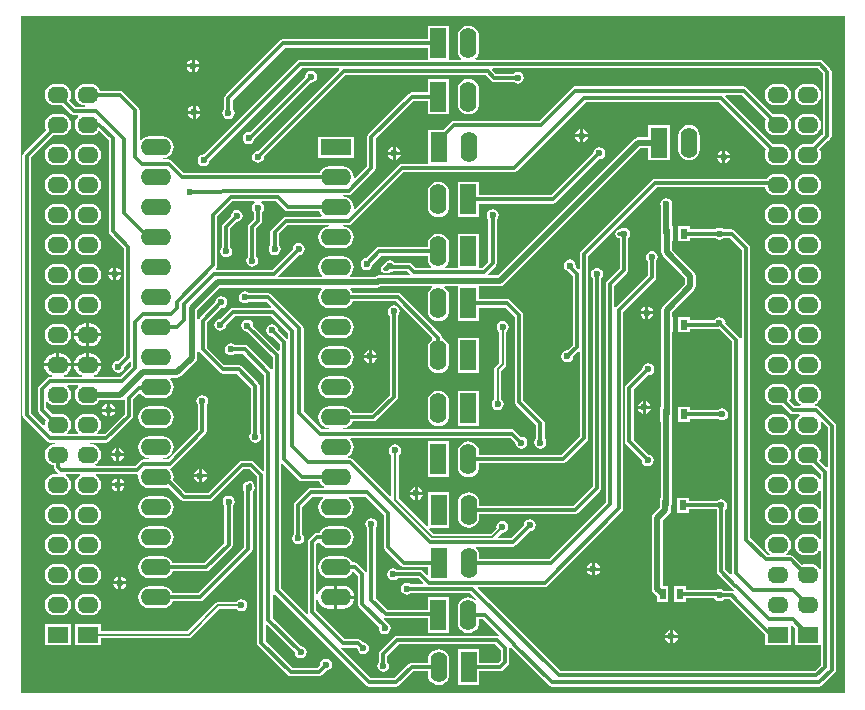
<source format=gtl>
G04*
G04 #@! TF.GenerationSoftware,Altium Limited,Altium Designer,19.0.15 (446)*
G04*
G04 Layer_Physical_Order=1*
G04 Layer_Color=255*
%FSLAX25Y25*%
%MOIN*%
G70*
G01*
G75*
%ADD10C,0.00787*%
%ADD20R,0.02362X0.03543*%
%ADD21C,0.01181*%
%ADD22C,0.01968*%
%ADD23O,0.10236X0.05512*%
%ADD24R,0.10236X0.05512*%
%ADD25O,0.05512X0.10236*%
%ADD26R,0.05512X0.10236*%
%ADD27R,0.07087X0.05512*%
%ADD28O,0.07087X0.05512*%
%ADD29C,0.02362*%
G36*
X275197Y394D02*
X394D01*
Y225984D01*
X275197D01*
Y394D01*
D02*
G37*
%LPC*%
G36*
X149606Y222865D02*
X148681Y222743D01*
X147819Y222386D01*
X147079Y221818D01*
X146511Y221078D01*
X146154Y220216D01*
X146032Y219291D01*
Y214567D01*
X146154Y213642D01*
X146511Y212780D01*
X147079Y212040D01*
X147204Y211944D01*
X147034Y211444D01*
X143150D01*
Y222835D01*
X136063D01*
Y218334D01*
X87795D01*
X87258Y218227D01*
X86802Y217923D01*
X68692Y199812D01*
X68387Y199356D01*
X68280Y198819D01*
Y195130D01*
X68266Y195120D01*
X67831Y194469D01*
X67678Y193701D01*
X67831Y192933D01*
X68266Y192282D01*
X68917Y191847D01*
X69685Y191694D01*
X70453Y191847D01*
X71104Y192282D01*
X71539Y192933D01*
X71692Y193701D01*
X71539Y194469D01*
X71104Y195120D01*
X71090Y195130D01*
Y198237D01*
X88377Y215524D01*
X136063D01*
Y211444D01*
X99597D01*
X99551Y211475D01*
X99014Y211582D01*
X93642D01*
X93104Y211475D01*
X92648Y211171D01*
X61434Y179956D01*
X61417Y179960D01*
X60649Y179807D01*
X59998Y179372D01*
X59563Y178721D01*
X59410Y177953D01*
X59563Y177185D01*
X59998Y176533D01*
X60649Y176099D01*
X61417Y175946D01*
X62185Y176099D01*
X62836Y176533D01*
X63272Y177185D01*
X63424Y177953D01*
X63421Y177970D01*
X94224Y208772D01*
X98567D01*
X98614Y208741D01*
X99151Y208634D01*
X106388D01*
X106579Y208172D01*
X79544Y181138D01*
X79528Y181141D01*
X78759Y180988D01*
X78108Y180553D01*
X77673Y179902D01*
X77521Y179134D01*
X77673Y178366D01*
X78108Y177715D01*
X78759Y177280D01*
X79528Y177127D01*
X80296Y177280D01*
X80947Y177715D01*
X81382Y178366D01*
X81535Y179134D01*
X81531Y179151D01*
X108653Y206272D01*
X155520D01*
X157274Y204518D01*
X157730Y204214D01*
X158268Y204107D01*
X164713D01*
X164723Y204093D01*
X165374Y203658D01*
X166142Y203505D01*
X166910Y203658D01*
X167561Y204093D01*
X167996Y204744D01*
X168149Y205512D01*
X167996Y206280D01*
X167561Y206931D01*
X166910Y207366D01*
X166142Y207519D01*
X165374Y207366D01*
X164723Y206931D01*
X164713Y206917D01*
X158850D01*
X157594Y208172D01*
X157785Y208634D01*
X266150D01*
X267886Y206898D01*
Y186802D01*
X267866Y186782D01*
X267511Y186545D01*
X264289Y183323D01*
X263583Y183416D01*
X262008D01*
X261083Y183295D01*
X260221Y182938D01*
X259481Y182370D01*
X258913Y181630D01*
X258556Y180768D01*
X258434Y179842D01*
X258556Y178918D01*
X258913Y178056D01*
X259481Y177315D01*
X260221Y176748D01*
X261083Y176390D01*
X262008Y176269D01*
X263583D01*
X264508Y176390D01*
X265370Y176748D01*
X266110Y177315D01*
X266678Y178056D01*
X267035Y178918D01*
X267157Y179842D01*
X267035Y180768D01*
X266678Y181630D01*
X266631Y181691D01*
X269260Y184320D01*
X269616Y184558D01*
X270285Y185227D01*
X270589Y185683D01*
X270696Y186221D01*
Y207480D01*
X270589Y208018D01*
X270285Y208474D01*
X267726Y211033D01*
X267270Y211337D01*
X266732Y211444D01*
X152179D01*
X152009Y211944D01*
X152133Y212040D01*
X152701Y212780D01*
X153058Y213642D01*
X153180Y214567D01*
Y219291D01*
X153058Y220216D01*
X152701Y221078D01*
X152133Y221818D01*
X151393Y222386D01*
X150531Y222743D01*
X149606Y222865D01*
D02*
G37*
G36*
X58374Y211573D02*
Y209949D01*
X59998D01*
X59929Y210300D01*
X59447Y211021D01*
X58725Y211503D01*
X58374Y211573D01*
D02*
G37*
G36*
X57374D02*
X57023Y211503D01*
X56301Y211021D01*
X55819Y210300D01*
X55750Y209949D01*
X57374D01*
Y211573D01*
D02*
G37*
G36*
X59998Y208949D02*
X58374D01*
Y207324D01*
X58725Y207394D01*
X59447Y207876D01*
X59929Y208598D01*
X59998Y208949D01*
D02*
G37*
G36*
X57374D02*
X55750D01*
X55819Y208598D01*
X56301Y207876D01*
X57023Y207394D01*
X57374Y207324D01*
Y208949D01*
D02*
G37*
G36*
X97244Y207913D02*
X96476Y207760D01*
X95825Y207325D01*
X95390Y206674D01*
X95237Y205906D01*
X95240Y205889D01*
X76723Y187372D01*
X76378Y187440D01*
X75610Y187287D01*
X74959Y186852D01*
X74524Y186201D01*
X74371Y185433D01*
X74524Y184665D01*
X74959Y184014D01*
X75610Y183579D01*
X76378Y183426D01*
X77146Y183579D01*
X77797Y184014D01*
X78232Y184665D01*
X78292Y184967D01*
X97227Y203902D01*
X97244Y203898D01*
X98012Y204051D01*
X98663Y204486D01*
X99098Y205137D01*
X99251Y205906D01*
X99098Y206674D01*
X98663Y207325D01*
X98012Y207760D01*
X97244Y207913D01*
D02*
G37*
G36*
X263583Y203416D02*
X262008D01*
X261083Y203295D01*
X260221Y202938D01*
X259481Y202370D01*
X258913Y201629D01*
X258556Y200767D01*
X258434Y199843D01*
X258556Y198917D01*
X258913Y198056D01*
X259481Y197315D01*
X260221Y196748D01*
X261083Y196390D01*
X262008Y196269D01*
X263583D01*
X264508Y196390D01*
X265370Y196748D01*
X266110Y197315D01*
X266678Y198056D01*
X267035Y198917D01*
X267157Y199843D01*
X267035Y200767D01*
X266678Y201629D01*
X266110Y202370D01*
X265370Y202938D01*
X264508Y203295D01*
X263583Y203416D01*
D02*
G37*
G36*
X253583D02*
X252008D01*
X251083Y203295D01*
X250221Y202938D01*
X249481Y202370D01*
X248913Y201629D01*
X248556Y200767D01*
X248434Y199843D01*
X248556Y198917D01*
X248913Y198056D01*
X249481Y197315D01*
X250221Y196748D01*
X251083Y196390D01*
X252008Y196269D01*
X253583D01*
X254508Y196390D01*
X255370Y196748D01*
X256110Y197315D01*
X256678Y198056D01*
X257035Y198917D01*
X257157Y199843D01*
X257035Y200767D01*
X256678Y201629D01*
X256110Y202370D01*
X255370Y202938D01*
X254508Y203295D01*
X253583Y203416D01*
D02*
G37*
G36*
X58714Y196163D02*
Y194539D01*
X60339D01*
X60269Y194890D01*
X59787Y195611D01*
X59066Y196093D01*
X58714Y196163D01*
D02*
G37*
G36*
X57714D02*
X57363Y196093D01*
X56642Y195611D01*
X56160Y194890D01*
X56090Y194539D01*
X57714D01*
Y196163D01*
D02*
G37*
G36*
X149606Y205149D02*
X148681Y205027D01*
X147819Y204670D01*
X147079Y204102D01*
X146511Y203362D01*
X146154Y202500D01*
X146032Y201575D01*
Y196850D01*
X146154Y195925D01*
X146511Y195063D01*
X147079Y194323D01*
X147819Y193755D01*
X148681Y193398D01*
X149606Y193277D01*
X150531Y193398D01*
X151393Y193755D01*
X152133Y194323D01*
X152701Y195063D01*
X153058Y195925D01*
X153180Y196850D01*
Y201575D01*
X153058Y202500D01*
X152701Y203362D01*
X152133Y204102D01*
X151393Y204670D01*
X150531Y205027D01*
X149606Y205149D01*
D02*
G37*
G36*
X60339Y193539D02*
X58714D01*
Y191914D01*
X59066Y191984D01*
X59787Y192466D01*
X60269Y193188D01*
X60339Y193539D01*
D02*
G37*
G36*
X57714D02*
X56090D01*
X56160Y193188D01*
X56642Y192466D01*
X57363Y191984D01*
X57714Y191914D01*
Y193539D01*
D02*
G37*
G36*
X187902Y188345D02*
Y186721D01*
X189526D01*
X189456Y187072D01*
X188974Y187793D01*
X188253Y188275D01*
X187902Y188345D01*
D02*
G37*
G36*
X186902D02*
X186550Y188275D01*
X185829Y187793D01*
X185347Y187072D01*
X185277Y186721D01*
X186902D01*
Y188345D01*
D02*
G37*
G36*
X263583Y193416D02*
X262008D01*
X261083Y193295D01*
X260221Y192938D01*
X259481Y192370D01*
X258913Y191630D01*
X258556Y190768D01*
X258434Y189842D01*
X258556Y188918D01*
X258913Y188056D01*
X259481Y187315D01*
X260221Y186748D01*
X261083Y186390D01*
X262008Y186269D01*
X263583D01*
X264508Y186390D01*
X265370Y186748D01*
X266110Y187315D01*
X266678Y188056D01*
X267035Y188918D01*
X267157Y189842D01*
X267035Y190768D01*
X266678Y191630D01*
X266110Y192370D01*
X265370Y192938D01*
X264508Y193295D01*
X263583Y193416D01*
D02*
G37*
G36*
X189526Y185721D02*
X187902D01*
Y184096D01*
X188253Y184166D01*
X188974Y184648D01*
X189456Y185370D01*
X189526Y185721D01*
D02*
G37*
G36*
X186902D02*
X185277D01*
X185347Y185370D01*
X185829Y184648D01*
X186550Y184166D01*
X186902Y184096D01*
Y185721D01*
D02*
G37*
G36*
X125397Y182439D02*
Y180815D01*
X127022D01*
X126952Y181166D01*
X126470Y181887D01*
X125748Y182369D01*
X125397Y182439D01*
D02*
G37*
G36*
X124397D02*
X124046Y182369D01*
X123325Y181887D01*
X122843Y181166D01*
X122773Y180815D01*
X124397D01*
Y182439D01*
D02*
G37*
G36*
X235255Y181258D02*
Y179634D01*
X236879D01*
X236809Y179985D01*
X236327Y180706D01*
X235606Y181188D01*
X235255Y181258D01*
D02*
G37*
G36*
X234255D02*
X233904Y181188D01*
X233182Y180706D01*
X232700Y179985D01*
X232630Y179634D01*
X234255D01*
Y181258D01*
D02*
G37*
G36*
X111417Y185906D02*
X99606D01*
Y178819D01*
X111417D01*
Y185906D01*
D02*
G37*
G36*
X193307Y182322D02*
X192539Y182169D01*
X191888Y181734D01*
X191453Y181083D01*
X191300Y180315D01*
X191303Y180298D01*
X177371Y166366D01*
X153150D01*
Y170866D01*
X146063D01*
Y159055D01*
X153150D01*
Y163556D01*
X177953D01*
X178490Y163663D01*
X178946Y163967D01*
X193290Y178311D01*
X193307Y178308D01*
X194075Y178461D01*
X194726Y178896D01*
X195161Y179547D01*
X195314Y180315D01*
X195161Y181083D01*
X194726Y181734D01*
X194075Y182169D01*
X193307Y182322D01*
D02*
G37*
G36*
X127022Y179815D02*
X125397D01*
Y178191D01*
X125748Y178260D01*
X126470Y178743D01*
X126952Y179464D01*
X127022Y179815D01*
D02*
G37*
G36*
X124397D02*
X122773D01*
X122843Y179464D01*
X123325Y178743D01*
X124046Y178260D01*
X124397Y178191D01*
Y179815D01*
D02*
G37*
G36*
X223228Y189794D02*
X222303Y189673D01*
X221441Y189315D01*
X220701Y188748D01*
X220133Y188007D01*
X219776Y187145D01*
X219654Y186221D01*
Y181496D01*
X219776Y180571D01*
X220133Y179709D01*
X220701Y178969D01*
X221441Y178401D01*
X222303Y178044D01*
X223228Y177922D01*
X224153Y178044D01*
X225015Y178401D01*
X225756Y178969D01*
X226323Y179709D01*
X226680Y180571D01*
X226802Y181496D01*
Y186221D01*
X226680Y187145D01*
X226323Y188007D01*
X225756Y188748D01*
X225015Y189315D01*
X224153Y189673D01*
X223228Y189794D01*
D02*
G37*
G36*
X236879Y178634D02*
X235255D01*
Y177009D01*
X235606Y177079D01*
X236327Y177561D01*
X236809Y178283D01*
X236879Y178634D01*
D02*
G37*
G36*
X234255D02*
X232630D01*
X232700Y178283D01*
X233182Y177561D01*
X233904Y177079D01*
X234255Y177009D01*
Y178634D01*
D02*
G37*
G36*
X23583Y183416D02*
X22008D01*
X21083Y183295D01*
X20221Y182938D01*
X19481Y182370D01*
X18913Y181630D01*
X18556Y180768D01*
X18434Y179842D01*
X18556Y178918D01*
X18913Y178056D01*
X19481Y177315D01*
X20221Y176748D01*
X21083Y176390D01*
X22008Y176269D01*
X23583D01*
X24508Y176390D01*
X25370Y176748D01*
X26110Y177315D01*
X26678Y178056D01*
X27035Y178918D01*
X27156Y179842D01*
X27035Y180768D01*
X26678Y181630D01*
X26110Y182370D01*
X25370Y182938D01*
X24508Y183295D01*
X23583Y183416D01*
D02*
G37*
G36*
X13583D02*
X12008D01*
X11083Y183295D01*
X10221Y182938D01*
X9481Y182370D01*
X8913Y181630D01*
X8556Y180768D01*
X8434Y179842D01*
X8556Y178918D01*
X8913Y178056D01*
X9481Y177315D01*
X10221Y176748D01*
X11083Y176390D01*
X12008Y176269D01*
X13583D01*
X14508Y176390D01*
X15370Y176748D01*
X16110Y177315D01*
X16678Y178056D01*
X17035Y178918D01*
X17156Y179842D01*
X17035Y180768D01*
X16678Y181630D01*
X16110Y182370D01*
X15370Y182938D01*
X14508Y183295D01*
X13583Y183416D01*
D02*
G37*
G36*
X143150Y205118D02*
X136063D01*
Y200618D01*
X130762D01*
X130224Y200511D01*
X129768Y200206D01*
X116329Y186767D01*
X116025Y186311D01*
X115918Y185774D01*
Y175990D01*
X111901Y171973D01*
X111427Y172207D01*
X111448Y172362D01*
X111326Y173287D01*
X110969Y174149D01*
X110401Y174889D01*
X109661Y175457D01*
X108799Y175814D01*
X107874Y175936D01*
X103150D01*
X102225Y175814D01*
X101363Y175457D01*
X100622Y174889D01*
X100055Y174149D01*
X99896Y173767D01*
X54859D01*
X50743Y177883D01*
X50287Y178188D01*
X49749Y178295D01*
X47955D01*
X47922Y178795D01*
X48799Y178910D01*
X49661Y179267D01*
X50401Y179835D01*
X50969Y180575D01*
X51326Y181437D01*
X51448Y182362D01*
X51326Y183287D01*
X50969Y184149D01*
X50401Y184889D01*
X49661Y185457D01*
X48799Y185814D01*
X47874Y185936D01*
X43150D01*
X42225Y185814D01*
X41363Y185457D01*
X40622Y184889D01*
X40527Y184765D01*
X40027Y184935D01*
Y194685D01*
X39920Y195223D01*
X39615Y195678D01*
X34458Y200836D01*
X34002Y201140D01*
X33465Y201248D01*
X26836D01*
X26678Y201629D01*
X26110Y202370D01*
X25370Y202938D01*
X24508Y203295D01*
X23583Y203416D01*
X22008D01*
X21083Y203295D01*
X20221Y202938D01*
X19481Y202370D01*
X18913Y201629D01*
X18556Y200767D01*
X18434Y199843D01*
X18556Y198917D01*
X18913Y198056D01*
X19481Y197315D01*
X20221Y196748D01*
X21083Y196390D01*
X21960Y196275D01*
X21927Y195775D01*
X18850D01*
X16631Y197994D01*
X16678Y198056D01*
X17035Y198917D01*
X17156Y199843D01*
X17035Y200767D01*
X16678Y201629D01*
X16110Y202370D01*
X15370Y202938D01*
X14508Y203295D01*
X13583Y203416D01*
X12008D01*
X11083Y203295D01*
X10221Y202938D01*
X9481Y202370D01*
X8913Y201629D01*
X8556Y200767D01*
X8434Y199843D01*
X8556Y198917D01*
X8913Y198056D01*
X9481Y197315D01*
X10221Y196748D01*
X11083Y196390D01*
X12008Y196269D01*
X13583D01*
X14289Y196362D01*
X17274Y193377D01*
X17730Y193072D01*
X18268Y192965D01*
X19435D01*
X19605Y192465D01*
X19481Y192370D01*
X18913Y191630D01*
X18556Y190768D01*
X18434Y189842D01*
X18556Y188918D01*
X18913Y188056D01*
X19481Y187315D01*
X20221Y186748D01*
X21083Y186390D01*
X22008Y186269D01*
X23583D01*
X24508Y186390D01*
X25370Y186748D01*
X26110Y187315D01*
X26346Y187623D01*
X26845Y187656D01*
X29697Y184803D01*
Y154331D01*
X29804Y153793D01*
X30109Y153337D01*
X34815Y148631D01*
Y113002D01*
X33017Y111204D01*
X33000Y111207D01*
X32232Y111054D01*
X31581Y110619D01*
X31146Y109968D01*
X30993Y109200D01*
X31146Y108432D01*
X31581Y107781D01*
X32232Y107346D01*
X33000Y107193D01*
X33768Y107346D01*
X34419Y107781D01*
X34854Y108432D01*
X35007Y109200D01*
X35004Y109217D01*
X36717Y110930D01*
X37217Y110723D01*
Y109363D01*
X33629Y105775D01*
X24884D01*
X24785Y106275D01*
X25477Y106562D01*
X26261Y107164D01*
X26864Y107948D01*
X27242Y108862D01*
X27305Y109343D01*
X22795D01*
X18285D01*
X18349Y108862D01*
X18727Y107948D01*
X19329Y107164D01*
X20114Y106562D01*
X20806Y106275D01*
X20707Y105775D01*
X14884D01*
X14785Y106275D01*
X15477Y106562D01*
X16261Y107164D01*
X16863Y107948D01*
X17242Y108862D01*
X17305Y109343D01*
X12795D01*
X8285D01*
X8349Y108862D01*
X8727Y107948D01*
X9329Y107164D01*
X10114Y106562D01*
X10806Y106275D01*
X10706Y105775D01*
X10132D01*
X9595Y105668D01*
X9139Y105364D01*
X6487Y102711D01*
X6182Y102255D01*
X6075Y101718D01*
Y94882D01*
X6182Y94344D01*
X6487Y93888D01*
X8864Y91511D01*
X8556Y90768D01*
X8434Y89842D01*
X8455Y89687D01*
X7981Y89454D01*
X3805Y93629D01*
Y178865D01*
X11301Y186362D01*
X12008Y186269D01*
X13583D01*
X14508Y186390D01*
X15370Y186748D01*
X16110Y187315D01*
X16678Y188056D01*
X17035Y188918D01*
X17156Y189842D01*
X17035Y190768D01*
X16678Y191630D01*
X16110Y192370D01*
X15370Y192938D01*
X14508Y193295D01*
X13583Y193416D01*
X12008D01*
X11083Y193295D01*
X10221Y192938D01*
X9481Y192370D01*
X8913Y191630D01*
X8556Y190768D01*
X8434Y189842D01*
X8556Y188918D01*
X8913Y188056D01*
X8960Y187994D01*
X1407Y180441D01*
X1102Y179985D01*
X995Y179447D01*
Y93047D01*
X1102Y92510D01*
X1407Y92054D01*
X9139Y84321D01*
X9595Y84017D01*
X10132Y83910D01*
X11927D01*
X11959Y83410D01*
X11083Y83295D01*
X10221Y82938D01*
X9481Y82370D01*
X8913Y81630D01*
X8556Y80768D01*
X8434Y79843D01*
X8556Y78917D01*
X8913Y78056D01*
X9481Y77315D01*
X10221Y76748D01*
X11083Y76390D01*
X11390Y76350D01*
Y75875D01*
X11497Y75337D01*
X11802Y74881D01*
X12767Y73916D01*
X12632Y73483D01*
X12582Y73416D01*
X12008D01*
X11083Y73295D01*
X10221Y72938D01*
X9481Y72370D01*
X8913Y71630D01*
X8556Y70767D01*
X8434Y69842D01*
X8556Y68918D01*
X8913Y68056D01*
X9481Y67315D01*
X10221Y66747D01*
X11083Y66390D01*
X12008Y66269D01*
X13583D01*
X14508Y66390D01*
X15370Y66747D01*
X16110Y67315D01*
X16678Y68056D01*
X17035Y68918D01*
X17156Y69842D01*
X17035Y70767D01*
X16678Y71630D01*
X16110Y72370D01*
X15425Y72895D01*
X15434Y73087D01*
X15565Y73395D01*
X20025D01*
X20157Y73087D01*
X20166Y72895D01*
X19481Y72370D01*
X18913Y71630D01*
X18556Y70767D01*
X18434Y69842D01*
X18556Y68918D01*
X18913Y68056D01*
X19481Y67315D01*
X20221Y66747D01*
X21083Y66390D01*
X22008Y66269D01*
X23583D01*
X24508Y66390D01*
X25370Y66747D01*
X26110Y67315D01*
X26678Y68056D01*
X27035Y68918D01*
X27156Y69842D01*
X27035Y70767D01*
X26678Y71630D01*
X26110Y72370D01*
X25425Y72895D01*
X25433Y73087D01*
X25565Y73395D01*
X39184D01*
X39232Y73405D01*
X39657Y72979D01*
X39576Y72362D01*
X39698Y71437D01*
X40055Y70575D01*
X40622Y69835D01*
X41363Y69267D01*
X42225Y68910D01*
X43150Y68788D01*
X47874D01*
X48799Y68910D01*
X49549Y69221D01*
X54015Y64755D01*
X54471Y64450D01*
X55009Y64343D01*
X63386D01*
X63924Y64450D01*
X64379Y64755D01*
X74620Y74995D01*
X76718D01*
X79245Y72468D01*
Y17238D01*
X79352Y16700D01*
X79656Y16244D01*
X89414Y6487D01*
X89869Y6182D01*
X90407Y6075D01*
X99807D01*
X100345Y6182D01*
X100800Y6487D01*
X102152Y7839D01*
X102169Y7835D01*
X102937Y7988D01*
X103588Y8423D01*
X104023Y9075D01*
X104176Y9843D01*
X104023Y10611D01*
X103588Y11262D01*
X102937Y11697D01*
X102169Y11850D01*
X101401Y11697D01*
X100750Y11262D01*
X100315Y10611D01*
X100162Y9843D01*
X100165Y9826D01*
X99225Y8885D01*
X90989D01*
X82055Y17820D01*
Y23005D01*
X82516Y23197D01*
X91696Y14017D01*
X91693Y14000D01*
X91846Y13232D01*
X92281Y12581D01*
X92932Y12146D01*
X93700Y11993D01*
X94468Y12146D01*
X95119Y12581D01*
X95554Y13232D01*
X95707Y14000D01*
X95554Y14768D01*
X95119Y15419D01*
X94468Y15854D01*
X93700Y16007D01*
X93683Y16004D01*
X84417Y25270D01*
Y33376D01*
X84592Y33492D01*
X84917Y33569D01*
X115542Y2944D01*
X115998Y2639D01*
X116535Y2532D01*
X125591D01*
X126128Y2639D01*
X126584Y2944D01*
X131291Y7650D01*
X136190D01*
Y6693D01*
X136312Y5768D01*
X136669Y4906D01*
X137237Y4166D01*
X137977Y3598D01*
X138839Y3241D01*
X139764Y3119D01*
X140689Y3241D01*
X141551Y3598D01*
X142291Y4166D01*
X142859Y4906D01*
X143216Y5768D01*
X143338Y6693D01*
Y11417D01*
X143216Y12342D01*
X142859Y13204D01*
X142291Y13944D01*
X141551Y14512D01*
X140689Y14869D01*
X139764Y14991D01*
X138839Y14869D01*
X137977Y14512D01*
X137237Y13944D01*
X136669Y13204D01*
X136312Y12342D01*
X136190Y11417D01*
Y10460D01*
X130709D01*
X130171Y10353D01*
X129715Y10049D01*
X125009Y5342D01*
X117117D01*
X107259Y15200D01*
X107325Y15340D01*
X107554Y15612D01*
X107998Y15524D01*
X112110D01*
X112560Y15354D01*
X112713Y14586D01*
X113148Y13935D01*
X113799Y13500D01*
X114567Y13347D01*
X115335Y13500D01*
X115986Y13935D01*
X116421Y14586D01*
X116574Y15354D01*
X116421Y16122D01*
X115986Y16773D01*
X115335Y17209D01*
X114567Y17361D01*
X114550Y17358D01*
X113986Y17923D01*
X113530Y18227D01*
X112992Y18334D01*
X108580D01*
X98984Y27930D01*
Y31400D01*
X99484Y31432D01*
X99490Y31382D01*
X99869Y30468D01*
X100471Y29684D01*
X101255Y29081D01*
X102169Y28703D01*
X103150Y28574D01*
X105012D01*
Y32362D01*
Y36151D01*
X103150D01*
X102169Y36021D01*
X101255Y35643D01*
X100471Y35041D01*
X99869Y34256D01*
X99490Y33343D01*
X99484Y33292D01*
X98984Y33325D01*
Y50205D01*
X99467Y50688D01*
X100055Y50575D01*
X100622Y49835D01*
X101363Y49267D01*
X102225Y48910D01*
X103150Y48788D01*
X107874D01*
X108799Y48910D01*
X109661Y49267D01*
X110401Y49835D01*
X110969Y50575D01*
X111326Y51437D01*
X111448Y52362D01*
X111326Y53287D01*
X110969Y54149D01*
X110401Y54889D01*
X109661Y55457D01*
X108799Y55814D01*
X107874Y55936D01*
X103150D01*
X102225Y55814D01*
X101363Y55457D01*
X100622Y54889D01*
X100055Y54149D01*
X99896Y53767D01*
X99154D01*
X98616Y53660D01*
X98160Y53356D01*
X96585Y51781D01*
X96281Y51325D01*
X96174Y50787D01*
Y27348D01*
X96262Y26904D01*
X95990Y26675D01*
X95850Y26610D01*
X87232Y35228D01*
Y76664D01*
X87694Y76855D01*
X93180Y71369D01*
X93636Y71064D01*
X94173Y70957D01*
X99896D01*
X100055Y70575D01*
X100622Y69835D01*
X101363Y69267D01*
X101458Y69228D01*
X101358Y68728D01*
X97244D01*
X96706Y68621D01*
X96251Y68316D01*
X91920Y63986D01*
X91615Y63530D01*
X91508Y62992D01*
Y53397D01*
X91494Y53388D01*
X91059Y52737D01*
X90906Y51968D01*
X91059Y51200D01*
X91494Y50549D01*
X92145Y50114D01*
X92913Y49961D01*
X93682Y50114D01*
X94333Y50549D01*
X94768Y51200D01*
X94920Y51968D01*
X94768Y52737D01*
X94333Y53388D01*
X94318Y53397D01*
Y62410D01*
X97826Y65918D01*
X101170D01*
X101306Y65592D01*
X101311Y65418D01*
X100622Y64889D01*
X100055Y64149D01*
X99698Y63287D01*
X99576Y62362D01*
X99698Y61437D01*
X100055Y60575D01*
X100622Y59835D01*
X101363Y59267D01*
X102225Y58910D01*
X103150Y58788D01*
X107874D01*
X108799Y58910D01*
X109661Y59267D01*
X110401Y59835D01*
X110969Y60575D01*
X111326Y61437D01*
X111448Y62362D01*
X111326Y63287D01*
X110969Y64149D01*
X110401Y64889D01*
X109712Y65418D01*
X109717Y65592D01*
X109854Y65918D01*
X115166D01*
X121410Y59674D01*
Y49232D01*
X121517Y48695D01*
X121821Y48239D01*
X127353Y42707D01*
X127809Y42403D01*
X128347Y42296D01*
X136221D01*
Y40062D01*
X135758Y39870D01*
X134635Y40993D01*
X134179Y41298D01*
X133642Y41405D01*
X126029D01*
X126019Y41419D01*
X125368Y41854D01*
X124600Y42007D01*
X123832Y41854D01*
X123181Y41419D01*
X122746Y40768D01*
X122593Y40000D01*
X122746Y39232D01*
X123181Y38581D01*
X123832Y38146D01*
X124600Y37993D01*
X125368Y38146D01*
X126019Y38581D01*
X126029Y38595D01*
X133060D01*
X134552Y37103D01*
X134361Y36641D01*
X130563D01*
X130553Y36655D01*
X129902Y37091D01*
X129134Y37243D01*
X128366Y37091D01*
X127715Y36655D01*
X127280Y36004D01*
X127127Y35236D01*
X127280Y34468D01*
X127715Y33817D01*
X128366Y33382D01*
X129134Y33229D01*
X129902Y33382D01*
X130553Y33817D01*
X130563Y33831D01*
X150256D01*
X152225Y31862D01*
X152229Y31824D01*
X152037Y31659D01*
X151752Y31560D01*
X151393Y31835D01*
X150531Y32192D01*
X149606Y32314D01*
X148681Y32192D01*
X147819Y31835D01*
X147079Y31267D01*
X146511Y30527D01*
X146154Y29665D01*
X146032Y28740D01*
Y24016D01*
X146154Y23091D01*
X146511Y22229D01*
X147079Y21489D01*
X147819Y20921D01*
X148681Y20564D01*
X149606Y20442D01*
X150531Y20564D01*
X151393Y20921D01*
X152133Y21489D01*
X152701Y22229D01*
X153058Y23091D01*
X153180Y24016D01*
Y24973D01*
X154660D01*
X159793Y19839D01*
X159728Y19699D01*
X159499Y19427D01*
X159055Y19515D01*
X125984D01*
X125447Y19408D01*
X124991Y19104D01*
X120266Y14379D01*
X119962Y13924D01*
X119855Y13386D01*
Y10877D01*
X119841Y10868D01*
X119405Y10217D01*
X119253Y9449D01*
X119405Y8681D01*
X119841Y8030D01*
X120492Y7594D01*
X121260Y7442D01*
X122028Y7594D01*
X122679Y8030D01*
X123114Y8681D01*
X123267Y9449D01*
X123114Y10217D01*
X122679Y10868D01*
X122665Y10877D01*
Y12804D01*
X126566Y16705D01*
X158473D01*
X160406Y14772D01*
Y11212D01*
X159654Y10460D01*
X153307D01*
Y14961D01*
X146221D01*
Y3150D01*
X153307D01*
Y7650D01*
X160236D01*
X160774Y7757D01*
X161230Y8062D01*
X162804Y9636D01*
X163109Y10092D01*
X163216Y10630D01*
Y15354D01*
X163207Y15400D01*
X163632Y15826D01*
X163799Y15793D01*
X163967Y15542D01*
X176566Y2944D01*
X177021Y2639D01*
X177559Y2532D01*
X266603D01*
X267141Y2639D01*
X267596Y2944D01*
X271860Y7207D01*
X272164Y7662D01*
X272271Y8200D01*
Y89519D01*
X272164Y90056D01*
X271860Y90512D01*
X266615Y95757D01*
X266159Y96062D01*
X265621Y96169D01*
X265279D01*
X265179Y96669D01*
X265370Y96747D01*
X266110Y97315D01*
X266678Y98056D01*
X267035Y98918D01*
X267157Y99843D01*
X267035Y100768D01*
X266678Y101629D01*
X266110Y102370D01*
X265370Y102938D01*
X264508Y103295D01*
X263583Y103416D01*
X262008D01*
X261083Y103295D01*
X260221Y102938D01*
X259481Y102370D01*
X258913Y101629D01*
X258556Y100768D01*
X258434Y99843D01*
X258556Y98918D01*
X258913Y98056D01*
X259481Y97315D01*
X260221Y96747D01*
X260411Y96669D01*
X260312Y96169D01*
X258456D01*
X256631Y97994D01*
X256678Y98056D01*
X257035Y98918D01*
X257157Y99843D01*
X257035Y100768D01*
X256678Y101629D01*
X256110Y102370D01*
X255370Y102938D01*
X254508Y103295D01*
X253583Y103416D01*
X252008D01*
X251083Y103295D01*
X250221Y102938D01*
X249481Y102370D01*
X248913Y101629D01*
X248556Y100768D01*
X248434Y99843D01*
X248556Y98918D01*
X248913Y98056D01*
X249481Y97315D01*
X250221Y96747D01*
X251083Y96390D01*
X252008Y96269D01*
X253583D01*
X254289Y96362D01*
X256881Y93770D01*
X257336Y93466D01*
X257874Y93359D01*
X259989D01*
X260021Y93300D01*
X260118Y92859D01*
X259481Y92370D01*
X258913Y91629D01*
X258556Y90768D01*
X258434Y89842D01*
X258556Y88917D01*
X258913Y88056D01*
X259481Y87315D01*
X260221Y86747D01*
X261083Y86390D01*
X262008Y86269D01*
X263583D01*
X264508Y86390D01*
X265370Y86747D01*
X266110Y87315D01*
X266678Y88056D01*
X267035Y88917D01*
X267157Y89842D01*
X267052Y90639D01*
X267433Y90883D01*
X267497Y90901D01*
X269461Y88937D01*
Y75817D01*
X268999Y75625D01*
X266631Y77994D01*
X266678Y78056D01*
X267035Y78917D01*
X267157Y79843D01*
X267035Y80768D01*
X266678Y81630D01*
X266110Y82370D01*
X265370Y82938D01*
X264508Y83295D01*
X263583Y83416D01*
X262008D01*
X261083Y83295D01*
X260221Y82938D01*
X259481Y82370D01*
X258913Y81630D01*
X258556Y80768D01*
X258434Y79843D01*
X258556Y78917D01*
X258913Y78056D01*
X259481Y77315D01*
X260221Y76748D01*
X261083Y76390D01*
X262008Y76269D01*
X263583D01*
X264289Y76362D01*
X267099Y73552D01*
Y71861D01*
X267040Y71829D01*
X266599Y71732D01*
X266110Y72370D01*
X265370Y72938D01*
X264508Y73295D01*
X263583Y73416D01*
X262008D01*
X261083Y73295D01*
X260221Y72938D01*
X259481Y72370D01*
X258913Y71630D01*
X258556Y70767D01*
X258434Y69842D01*
X258556Y68918D01*
X258913Y68056D01*
X259481Y67315D01*
X260221Y66747D01*
X261083Y66390D01*
X262008Y66269D01*
X263583D01*
X264508Y66390D01*
X265370Y66747D01*
X266110Y67315D01*
X266599Y67953D01*
X267040Y67856D01*
X267099Y67823D01*
Y61861D01*
X267040Y61829D01*
X266599Y61732D01*
X266110Y62370D01*
X265370Y62938D01*
X264508Y63295D01*
X263583Y63416D01*
X262008D01*
X261083Y63295D01*
X260221Y62938D01*
X259481Y62370D01*
X258913Y61629D01*
X258556Y60768D01*
X258434Y59842D01*
X258556Y58917D01*
X258913Y58056D01*
X259481Y57315D01*
X260221Y56748D01*
X261083Y56390D01*
X262008Y56269D01*
X263583D01*
X264508Y56390D01*
X265370Y56748D01*
X266110Y57315D01*
X266599Y57953D01*
X267040Y57856D01*
X267099Y57823D01*
Y51862D01*
X267040Y51829D01*
X266599Y51732D01*
X266110Y52370D01*
X265370Y52938D01*
X264508Y53295D01*
X263583Y53416D01*
X262008D01*
X261083Y53295D01*
X260221Y52938D01*
X259481Y52370D01*
X258913Y51630D01*
X258556Y50767D01*
X258434Y49843D01*
X258556Y48917D01*
X258913Y48056D01*
X259481Y47315D01*
X260221Y46747D01*
X261083Y46390D01*
X262008Y46269D01*
X263583D01*
X264508Y46390D01*
X265370Y46747D01*
X266110Y47315D01*
X266599Y47953D01*
X267040Y47856D01*
X267099Y47824D01*
Y41862D01*
X267040Y41829D01*
X266599Y41732D01*
X266110Y42370D01*
X265370Y42938D01*
X264508Y43295D01*
X263583Y43416D01*
X262008D01*
X261083Y43295D01*
X260784Y43171D01*
X258041Y45915D01*
X257585Y46219D01*
X257047Y46326D01*
X255602D01*
X255570Y46385D01*
X255472Y46826D01*
X256110Y47315D01*
X256678Y48056D01*
X257035Y48917D01*
X257157Y49843D01*
X257035Y50767D01*
X256678Y51630D01*
X256110Y52370D01*
X255370Y52938D01*
X254508Y53295D01*
X253583Y53416D01*
X252008D01*
X251083Y53295D01*
X250221Y52938D01*
X249481Y52370D01*
X248913Y51630D01*
X248556Y50767D01*
X248434Y49843D01*
X248556Y48917D01*
X248913Y48056D01*
X249481Y47315D01*
X250118Y46826D01*
X250021Y46385D01*
X249989Y46326D01*
X249361D01*
X243531Y52157D01*
Y148819D01*
X243424Y149356D01*
X243119Y149812D01*
X238395Y154537D01*
X237939Y154841D01*
X237402Y154948D01*
X234795D01*
X234785Y154963D01*
X234134Y155398D01*
X233366Y155550D01*
X232598Y155398D01*
X231947Y154963D01*
X231937Y154948D01*
X223622D01*
Y156102D01*
X219685D01*
Y150984D01*
X223622D01*
Y152138D01*
X231937D01*
X231947Y152124D01*
X232598Y151689D01*
X233366Y151536D01*
X234134Y151689D01*
X234785Y152124D01*
X234795Y152138D01*
X236820D01*
X240721Y148237D01*
Y118605D01*
X240221Y118556D01*
X240215Y118585D01*
X239911Y119041D01*
X235353Y123598D01*
X235357Y123615D01*
X235204Y124383D01*
X234769Y125034D01*
X234118Y125469D01*
X233350Y125622D01*
X232581Y125469D01*
X231930Y125034D01*
X231663Y124633D01*
X223622D01*
Y125787D01*
X219685D01*
Y120669D01*
X223622D01*
Y121823D01*
X232488D01*
X232581Y121761D01*
X233350Y121608D01*
X233366Y121611D01*
X237512Y117465D01*
Y40464D01*
X237518Y40435D01*
X237128Y39864D01*
X237031Y39846D01*
X235263Y41614D01*
Y61563D01*
X235278Y61573D01*
X235713Y62224D01*
X235865Y62992D01*
X235713Y63760D01*
X235278Y64411D01*
X234626Y64846D01*
X233858Y64999D01*
X233090Y64846D01*
X232439Y64411D01*
X232430Y64397D01*
X223228D01*
Y65551D01*
X219291D01*
Y60433D01*
X223228D01*
Y61587D01*
X232430D01*
X232439Y61573D01*
X232453Y61563D01*
Y41032D01*
X232560Y40495D01*
X232865Y40039D01*
X237677Y35227D01*
X237785Y35155D01*
X238140Y34800D01*
X238075Y34660D01*
X237845Y34388D01*
X237402Y34476D01*
X234795D01*
X234785Y34490D01*
X234134Y34925D01*
X233366Y35078D01*
X232598Y34925D01*
X232515Y34870D01*
X222244D01*
Y36024D01*
X218307D01*
Y30906D01*
X222244D01*
Y32060D01*
X231674D01*
X231947Y31652D01*
X232598Y31217D01*
X233366Y31064D01*
X234134Y31217D01*
X234785Y31652D01*
X234795Y31666D01*
X236820D01*
X237911Y30575D01*
X237983Y30467D01*
X248465Y19985D01*
Y16299D01*
X257126D01*
Y22818D01*
X257626Y23025D01*
X258465Y22186D01*
Y16299D01*
X267099D01*
Y9761D01*
X265043Y7704D01*
X180357D01*
X152723Y35338D01*
X152914Y35800D01*
X175105D01*
X175642Y35907D01*
X176098Y36211D01*
X200844Y60957D01*
X201148Y61412D01*
X201255Y61950D01*
Y127468D01*
X211793Y138006D01*
X212098Y138462D01*
X212205Y139000D01*
Y144371D01*
X212219Y144381D01*
X212654Y145032D01*
X212807Y145800D01*
X212654Y146568D01*
X212219Y147219D01*
X211568Y147654D01*
X210800Y147807D01*
X210032Y147654D01*
X209381Y147219D01*
X208946Y146568D01*
X208793Y145800D01*
X208946Y145032D01*
X209381Y144381D01*
X209395Y144371D01*
Y139582D01*
X198856Y129043D01*
X198755Y128892D01*
X198255Y129044D01*
Y136194D01*
X202568Y140507D01*
X202873Y140963D01*
X202980Y141501D01*
Y152115D01*
X202994Y152124D01*
X203429Y152775D01*
X203582Y153543D01*
X203429Y154311D01*
X202994Y154963D01*
X202343Y155398D01*
X201575Y155550D01*
X200807Y155398D01*
X200156Y154963D01*
X200146Y154948D01*
X200000D01*
X199462Y154841D01*
X199006Y154537D01*
X198702Y154081D01*
X198595Y153543D01*
X198702Y153006D01*
X199006Y152550D01*
X199462Y152245D01*
X200000Y152138D01*
X200146D01*
X200156Y152124D01*
X200170Y152115D01*
Y142083D01*
X195857Y137770D01*
X195552Y137314D01*
X195445Y136776D01*
Y63968D01*
X176583Y45106D01*
X153338D01*
Y46063D01*
X153216Y46988D01*
X152859Y47850D01*
X152291Y48590D01*
X152154Y48695D01*
X152324Y49195D01*
X164380D01*
X164917Y49302D01*
X165373Y49606D01*
X170062Y54295D01*
X170079Y54292D01*
X170847Y54445D01*
X171498Y54880D01*
X171933Y55531D01*
X172086Y56299D01*
X171933Y57067D01*
X171498Y57718D01*
X170847Y58153D01*
X170079Y58306D01*
X169311Y58153D01*
X168659Y57718D01*
X168225Y57067D01*
X168072Y56299D01*
X168075Y56282D01*
X163798Y52005D01*
X159561D01*
X159370Y52467D01*
X160746Y53843D01*
X161000Y53793D01*
X161768Y53946D01*
X162419Y54381D01*
X162854Y55032D01*
X163007Y55800D01*
X162854Y56568D01*
X162419Y57219D01*
X161768Y57654D01*
X161000Y57807D01*
X160232Y57654D01*
X159581Y57219D01*
X159146Y56568D01*
X158993Y55800D01*
X159043Y55546D01*
X157073Y53576D01*
X138158D01*
X136684Y55050D01*
X136875Y55512D01*
X143307D01*
Y67323D01*
X136221D01*
Y56166D01*
X135758Y55975D01*
X126404Y65329D01*
Y79737D01*
X126619Y79881D01*
X127054Y80532D01*
X127207Y81300D01*
X127054Y82068D01*
X126619Y82719D01*
X125968Y83154D01*
X125200Y83307D01*
X124432Y83154D01*
X123781Y82719D01*
X123346Y82068D01*
X123193Y81300D01*
X123346Y80532D01*
X123781Y79881D01*
X123996Y79737D01*
Y66170D01*
X123534Y65978D01*
X111235Y78277D01*
X110779Y78581D01*
X110242Y78688D01*
X109570D01*
X109471Y79188D01*
X109661Y79267D01*
X110401Y79835D01*
X110969Y80575D01*
X111326Y81437D01*
X111448Y82362D01*
X111326Y83287D01*
X110969Y84149D01*
X110401Y84889D01*
X110277Y84985D01*
X110446Y85485D01*
X163709D01*
X165319Y83875D01*
X165315Y83858D01*
X165468Y83090D01*
X165903Y82439D01*
X166554Y82004D01*
X167323Y81851D01*
X168091Y82004D01*
X168742Y82439D01*
X169177Y83090D01*
X169330Y83858D01*
X169177Y84626D01*
X168742Y85277D01*
X168091Y85712D01*
X167323Y85865D01*
X167306Y85862D01*
X165284Y87883D01*
X164829Y88188D01*
X164291Y88295D01*
X107955D01*
X107922Y88795D01*
X108799Y88910D01*
X109661Y89267D01*
X110401Y89835D01*
X110969Y90575D01*
X111127Y90957D01*
X117953D01*
X118490Y91064D01*
X118946Y91369D01*
X125797Y98219D01*
X126101Y98675D01*
X126208Y99213D01*
Y126237D01*
X126222Y126246D01*
X126657Y126897D01*
X126810Y127665D01*
X126657Y128433D01*
X126222Y129085D01*
X125571Y129520D01*
X124803Y129672D01*
X124035Y129520D01*
X123384Y129085D01*
X122949Y128433D01*
X122796Y127665D01*
X122949Y126897D01*
X123384Y126246D01*
X123398Y126237D01*
Y99795D01*
X117371Y93767D01*
X111127D01*
X110969Y94149D01*
X110401Y94889D01*
X109661Y95457D01*
X108799Y95814D01*
X107874Y95936D01*
X103150D01*
X102225Y95814D01*
X101363Y95457D01*
X100622Y94889D01*
X100055Y94149D01*
X99698Y93287D01*
X99576Y92362D01*
X99698Y91437D01*
X100055Y90575D01*
X100622Y89835D01*
X101363Y89267D01*
X102225Y88910D01*
X103101Y88795D01*
X103068Y88295D01*
X100700D01*
X94712Y94283D01*
Y121968D01*
X94605Y122506D01*
X94301Y122961D01*
X83985Y133277D01*
X83529Y133581D01*
X82992Y133688D01*
X76626D01*
X76616Y133703D01*
X75965Y134138D01*
X75197Y134291D01*
X74429Y134138D01*
X73778Y133703D01*
X73343Y133052D01*
X73190Y132283D01*
X73343Y131515D01*
X73778Y130864D01*
X74429Y130429D01*
X75197Y130276D01*
X75965Y130429D01*
X76616Y130864D01*
X76626Y130878D01*
X82410D01*
X83921Y129367D01*
X83730Y128905D01*
X71272D01*
X70735Y128798D01*
X70279Y128493D01*
X66912Y125127D01*
X66896Y125130D01*
X66128Y124978D01*
X65476Y124542D01*
X65041Y123891D01*
X64889Y123123D01*
X65041Y122355D01*
X65476Y121704D01*
X66128Y121269D01*
X66896Y121116D01*
X67664Y121269D01*
X68315Y121704D01*
X68750Y122355D01*
X68903Y123123D01*
X68899Y123140D01*
X71854Y126095D01*
X83853D01*
X89540Y120408D01*
Y118653D01*
X89040Y118452D01*
X86252Y121239D01*
X86256Y121256D01*
X86103Y122024D01*
X85668Y122676D01*
X85017Y123111D01*
X84248Y123263D01*
X83480Y123111D01*
X82829Y122676D01*
X82394Y122024D01*
X82241Y121256D01*
X82394Y120488D01*
X82829Y119837D01*
X83480Y119402D01*
X84248Y119249D01*
X84265Y119253D01*
X86784Y116734D01*
Y114675D01*
X86322Y114484D01*
X77988Y122818D01*
X77991Y122835D01*
X77838Y123603D01*
X77403Y124254D01*
X76752Y124689D01*
X75984Y124842D01*
X75216Y124689D01*
X74565Y124254D01*
X74130Y123603D01*
X73977Y122835D01*
X74130Y122067D01*
X74565Y121415D01*
X75216Y120980D01*
X75984Y120828D01*
X76001Y120831D01*
X84422Y112410D01*
Y108416D01*
X84246Y108299D01*
X83922Y108223D01*
X76190Y115954D01*
X75735Y116259D01*
X75197Y116366D01*
X71901D01*
X71892Y116380D01*
X71241Y116815D01*
X70472Y116968D01*
X69704Y116815D01*
X69053Y116380D01*
X68618Y115729D01*
X68465Y114961D01*
X68618Y114193D01*
X69053Y113541D01*
X69704Y113106D01*
X70472Y112954D01*
X71241Y113106D01*
X71892Y113541D01*
X71901Y113556D01*
X74615D01*
X81607Y106564D01*
Y74733D01*
X81145Y74542D01*
X78293Y77393D01*
X77838Y77698D01*
X77300Y77805D01*
X74038D01*
X73500Y77698D01*
X73044Y77393D01*
X62804Y67153D01*
X55591D01*
X51320Y71423D01*
X51326Y71437D01*
X51448Y72362D01*
X51326Y73287D01*
X50969Y74149D01*
X50401Y74889D01*
X50256Y75001D01*
X50394Y75525D01*
X50727Y75592D01*
X51183Y75896D01*
X61993Y86707D01*
X62298Y87162D01*
X62405Y87700D01*
Y96271D01*
X62419Y96281D01*
X62854Y96932D01*
X63007Y97700D01*
X62854Y98468D01*
X62419Y99119D01*
X61768Y99554D01*
X61000Y99707D01*
X60232Y99554D01*
X59581Y99119D01*
X59146Y98468D01*
X58993Y97700D01*
X59146Y96932D01*
X59581Y96281D01*
X59595Y96271D01*
Y88282D01*
X49608Y78295D01*
X47955D01*
X47922Y78795D01*
X48799Y78910D01*
X49661Y79267D01*
X50401Y79835D01*
X50969Y80575D01*
X51326Y81437D01*
X51448Y82362D01*
X51326Y83287D01*
X50969Y84149D01*
X50401Y84889D01*
X49661Y85457D01*
X48799Y85814D01*
X47874Y85936D01*
X43150D01*
X42225Y85814D01*
X41363Y85457D01*
X40622Y84889D01*
X40055Y84149D01*
X39698Y83287D01*
X39576Y82362D01*
X39698Y81437D01*
X40055Y80575D01*
X40622Y79835D01*
X41363Y79267D01*
X42225Y78910D01*
X43101Y78795D01*
X43068Y78295D01*
X41274D01*
X40737Y78188D01*
X40281Y77883D01*
X38603Y76205D01*
X25367D01*
X25267Y76705D01*
X25370Y76748D01*
X26110Y77315D01*
X26678Y78056D01*
X27035Y78917D01*
X27156Y79843D01*
X27035Y80768D01*
X26678Y81630D01*
X26110Y82370D01*
X25370Y82938D01*
X24508Y83295D01*
X23631Y83410D01*
X23664Y83910D01*
X29016D01*
X29553Y84017D01*
X30009Y84321D01*
X37608Y91920D01*
X37912Y92376D01*
X38019Y92913D01*
Y98307D01*
X39887Y100175D01*
X40386Y100143D01*
X40622Y99835D01*
X41363Y99267D01*
X42225Y98910D01*
X43150Y98788D01*
X47874D01*
X48799Y98910D01*
X49661Y99267D01*
X50401Y99835D01*
X50969Y100575D01*
X51326Y101437D01*
X51448Y102362D01*
X51326Y103287D01*
X50969Y104149D01*
X50401Y104889D01*
X50287Y104977D01*
X50457Y105477D01*
X52559D01*
X53250Y105615D01*
X53836Y106006D01*
X58797Y110967D01*
X59188Y111553D01*
X59326Y112244D01*
Y114121D01*
X59826Y114273D01*
X60030Y113967D01*
X66723Y107274D01*
X67179Y106970D01*
X67716Y106863D01*
X72646D01*
X77276Y102233D01*
Y87256D01*
X77262Y87246D01*
X76827Y86595D01*
X76674Y85827D01*
X76827Y85059D01*
X77262Y84408D01*
X77913Y83973D01*
X78681Y83820D01*
X79449Y83973D01*
X80100Y84408D01*
X80535Y85059D01*
X80688Y85827D01*
X80535Y86595D01*
X80100Y87246D01*
X80086Y87256D01*
Y102815D01*
X79979Y103353D01*
X79675Y103808D01*
X74222Y109261D01*
X73766Y109566D01*
X73228Y109673D01*
X68299D01*
X62429Y115543D01*
Y123828D01*
X67306Y128705D01*
X67323Y128702D01*
X68091Y128854D01*
X68742Y129289D01*
X69177Y129941D01*
X69330Y130709D01*
X69177Y131477D01*
X68742Y132128D01*
X68091Y132563D01*
X67323Y132716D01*
X66555Y132563D01*
X65904Y132128D01*
X65469Y131477D01*
X65316Y130709D01*
X65319Y130692D01*
X60030Y125403D01*
X59826Y125097D01*
X59326Y125249D01*
Y128031D01*
X66772Y135477D01*
X100567D01*
X100737Y134977D01*
X100622Y134889D01*
X100055Y134149D01*
X99698Y133287D01*
X99576Y132362D01*
X99698Y131437D01*
X100055Y130575D01*
X100622Y129835D01*
X101363Y129267D01*
X102225Y128910D01*
X103150Y128788D01*
X107874D01*
X108799Y128910D01*
X109661Y129267D01*
X110401Y129835D01*
X110969Y130575D01*
X111127Y130957D01*
X125560D01*
X137638Y118879D01*
X137560Y118250D01*
X137079Y117881D01*
X136511Y117141D01*
X136154Y116279D01*
X136032Y115354D01*
Y110630D01*
X136154Y109705D01*
X136511Y108843D01*
X137079Y108103D01*
X137819Y107535D01*
X138681Y107178D01*
X139606Y107056D01*
X140531Y107178D01*
X141393Y107535D01*
X142133Y108103D01*
X142701Y108843D01*
X143058Y109705D01*
X143180Y110630D01*
Y115354D01*
X143058Y116279D01*
X142701Y117141D01*
X142133Y117881D01*
X141393Y118449D01*
X141011Y118608D01*
Y118898D01*
X140904Y119435D01*
X140600Y119891D01*
X127135Y133356D01*
X126679Y133660D01*
X126142Y133767D01*
X111127D01*
X110969Y134149D01*
X110401Y134889D01*
X110287Y134977D01*
X110457Y135477D01*
X119100D01*
X119791Y135615D01*
X120377Y136006D01*
X120458Y136087D01*
X137409D01*
X137578Y135587D01*
X137079Y135204D01*
X136511Y134464D01*
X136154Y133602D01*
X136032Y132677D01*
Y127953D01*
X136154Y127028D01*
X136511Y126166D01*
X137079Y125426D01*
X137819Y124858D01*
X138681Y124501D01*
X139606Y124379D01*
X140531Y124501D01*
X141393Y124858D01*
X142133Y125426D01*
X142701Y126166D01*
X143058Y127028D01*
X143180Y127953D01*
Y132677D01*
X143058Y133602D01*
X142701Y134464D01*
X142133Y135204D01*
X141634Y135587D01*
X141804Y136087D01*
X146063D01*
Y124409D01*
X153150D01*
Y128910D01*
X161933D01*
X165059Y125784D01*
Y97559D01*
X165166Y97021D01*
X165471Y96565D01*
X172217Y89819D01*
Y85287D01*
X172203Y85277D01*
X171768Y84626D01*
X171615Y83858D01*
X171768Y83090D01*
X172203Y82439D01*
X172854Y82004D01*
X173622Y81851D01*
X174390Y82004D01*
X175041Y82439D01*
X175476Y83090D01*
X175629Y83858D01*
X175476Y84626D01*
X175041Y85277D01*
X175027Y85287D01*
Y90401D01*
X174920Y90939D01*
X174616Y91395D01*
X167869Y98141D01*
Y126366D01*
X167762Y126903D01*
X167458Y127359D01*
X163508Y131308D01*
X163053Y131613D01*
X162515Y131720D01*
X153150D01*
Y136087D01*
X160335D01*
X161026Y136225D01*
X161612Y136616D01*
X207047Y182052D01*
X209685D01*
Y177953D01*
X216772D01*
Y189764D01*
X209685D01*
Y185665D01*
X206299D01*
X205608Y185527D01*
X205022Y185136D01*
X159586Y139700D01*
X156391D01*
X156199Y140162D01*
X158694Y142656D01*
X158998Y143112D01*
X159105Y143650D01*
Y158171D01*
X159119Y158181D01*
X159554Y158832D01*
X159707Y159600D01*
X159554Y160368D01*
X159119Y161019D01*
X158468Y161454D01*
X157700Y161607D01*
X156932Y161454D01*
X156281Y161019D01*
X155846Y160368D01*
X155693Y159600D01*
X155846Y158832D01*
X156281Y158181D01*
X156295Y158171D01*
Y144231D01*
X154118Y142054D01*
X153150D01*
Y153543D01*
X146063D01*
Y142054D01*
X142050D01*
X141881Y142554D01*
X142133Y142748D01*
X142701Y143489D01*
X143058Y144351D01*
X143180Y145276D01*
Y150000D01*
X143058Y150925D01*
X142701Y151787D01*
X142133Y152527D01*
X141393Y153095D01*
X140531Y153452D01*
X139606Y153574D01*
X138681Y153452D01*
X137819Y153095D01*
X137079Y152527D01*
X136511Y151787D01*
X136154Y150925D01*
X136032Y150000D01*
Y149043D01*
X119969D01*
X119432Y148936D01*
X118976Y148631D01*
X115765Y145420D01*
X115748Y145423D01*
X114980Y145271D01*
X114329Y144836D01*
X113894Y144185D01*
X113741Y143416D01*
X113894Y142648D01*
X114329Y141997D01*
X114980Y141562D01*
X115748Y141409D01*
X116516Y141562D01*
X117167Y141997D01*
X117602Y142648D01*
X117755Y143416D01*
X117752Y143433D01*
X120551Y146233D01*
X136032D01*
Y145276D01*
X136154Y144351D01*
X136511Y143489D01*
X137079Y142748D01*
X137332Y142554D01*
X137162Y142054D01*
X132216D01*
X130915Y143356D01*
X130459Y143660D01*
X129921Y143767D01*
X125102D01*
X124897Y144073D01*
X124246Y144508D01*
X123478Y144661D01*
X122710Y144508D01*
X122059Y144073D01*
X121624Y143422D01*
X121619Y143396D01*
X121558Y143356D01*
X120928Y142726D01*
X120624Y142270D01*
X120517Y141732D01*
X120624Y141195D01*
X120928Y140739D01*
X121384Y140434D01*
X121922Y140327D01*
X122557D01*
X123094Y140434D01*
X123427Y140657D01*
X123478Y140647D01*
X124246Y140799D01*
X124482Y140957D01*
X129339D01*
X130135Y140162D01*
X129943Y139700D01*
X119710D01*
X119019Y139563D01*
X118433Y139171D01*
X118352Y139090D01*
X110251D01*
X110082Y139590D01*
X110401Y139835D01*
X110969Y140575D01*
X111326Y141437D01*
X111448Y142362D01*
X111326Y143287D01*
X110969Y144149D01*
X110401Y144889D01*
X109661Y145457D01*
X108799Y145814D01*
X107874Y145936D01*
X103150D01*
X102225Y145814D01*
X101363Y145457D01*
X100622Y144889D01*
X100055Y144149D01*
X99698Y143287D01*
X99576Y142362D01*
X99698Y141437D01*
X100055Y140575D01*
X100622Y139835D01*
X100942Y139590D01*
X100772Y139090D01*
X86409D01*
X86218Y139552D01*
X93087Y146421D01*
X93104Y146418D01*
X93872Y146571D01*
X94523Y147006D01*
X94958Y147657D01*
X95111Y148425D01*
X94958Y149193D01*
X94523Y149844D01*
X93872Y150279D01*
X93104Y150432D01*
X92336Y150279D01*
X91685Y149844D01*
X91250Y149193D01*
X91097Y148425D01*
X91100Y148408D01*
X84137Y141444D01*
X65587D01*
X65395Y141906D01*
X65560Y142071D01*
X65865Y142527D01*
X65972Y143065D01*
Y159261D01*
X71054Y164343D01*
X78285D01*
X78436Y163843D01*
X78108Y163624D01*
X77673Y162973D01*
X77521Y162205D01*
X77673Y161437D01*
X78108Y160785D01*
X78123Y160776D01*
Y158425D01*
X76565Y156868D01*
X76261Y156412D01*
X76154Y155874D01*
Y145917D01*
X76140Y145907D01*
X75705Y145256D01*
X75552Y144488D01*
X75705Y143720D01*
X76140Y143069D01*
X76791Y142634D01*
X77559Y142481D01*
X78327Y142634D01*
X78978Y143069D01*
X79413Y143720D01*
X79566Y144488D01*
X79413Y145256D01*
X78978Y145907D01*
X78964Y145917D01*
Y155292D01*
X80521Y156850D01*
X80826Y157305D01*
X80932Y157843D01*
Y160776D01*
X80947Y160785D01*
X81382Y161437D01*
X81535Y162205D01*
X81382Y162973D01*
X80947Y163624D01*
X80619Y163843D01*
X80770Y164343D01*
X85547D01*
X88522Y161369D01*
X88977Y161064D01*
X89515Y160957D01*
X99896D01*
X100055Y160575D01*
X100622Y159835D01*
X100747Y159740D01*
X100577Y159240D01*
X88732D01*
X88194Y159133D01*
X87738Y158828D01*
X84046Y155136D01*
X83741Y154680D01*
X83634Y154142D01*
Y149854D01*
X83620Y149844D01*
X83185Y149193D01*
X83032Y148425D01*
X83185Y147657D01*
X83620Y147006D01*
X84271Y146571D01*
X85039Y146418D01*
X85807Y146571D01*
X86459Y147006D01*
X86894Y147657D01*
X87046Y148425D01*
X86894Y149193D01*
X86459Y149844D01*
X86444Y149854D01*
Y153560D01*
X89314Y156430D01*
X103068D01*
X103101Y155930D01*
X102225Y155814D01*
X101363Y155457D01*
X100622Y154889D01*
X100055Y154149D01*
X99698Y153287D01*
X99576Y152362D01*
X99698Y151437D01*
X100055Y150575D01*
X100622Y149835D01*
X101363Y149267D01*
X102225Y148910D01*
X103150Y148788D01*
X107874D01*
X108799Y148910D01*
X109661Y149267D01*
X110401Y149835D01*
X110969Y150575D01*
X111326Y151437D01*
X111448Y152362D01*
X111326Y153287D01*
X110969Y154149D01*
X110401Y154889D01*
X109661Y155457D01*
X108799Y155814D01*
X107922Y155930D01*
X107955Y156430D01*
X109803D01*
X110341Y156537D01*
X110797Y156841D01*
X127944Y173989D01*
X164764D01*
X165301Y174096D01*
X165757Y174400D01*
X188771Y197414D01*
X233237D01*
X248960Y181691D01*
X248913Y181630D01*
X248556Y180768D01*
X248434Y179842D01*
X248556Y178918D01*
X248913Y178056D01*
X249481Y177315D01*
X250221Y176748D01*
X251083Y176390D01*
X252008Y176269D01*
X253583D01*
X254508Y176390D01*
X255370Y176748D01*
X256110Y177315D01*
X256678Y178056D01*
X257035Y178918D01*
X257157Y179842D01*
X257035Y180768D01*
X256678Y181630D01*
X256110Y182370D01*
X255370Y182938D01*
X254508Y183295D01*
X253583Y183416D01*
X252008D01*
X251301Y183323D01*
X235311Y199314D01*
X235502Y199776D01*
X240875D01*
X248960Y191691D01*
X248913Y191630D01*
X248556Y190768D01*
X248434Y189842D01*
X248556Y188918D01*
X248913Y188056D01*
X249481Y187315D01*
X250221Y186748D01*
X251083Y186390D01*
X252008Y186269D01*
X253583D01*
X254508Y186390D01*
X255370Y186748D01*
X256110Y187315D01*
X256678Y188056D01*
X257035Y188918D01*
X257157Y189842D01*
X257035Y190768D01*
X256678Y191630D01*
X256110Y192370D01*
X255370Y192938D01*
X254508Y193295D01*
X253583Y193416D01*
X252008D01*
X251301Y193323D01*
X242450Y202174D01*
X241994Y202479D01*
X241457Y202586D01*
X185173D01*
X184635Y202479D01*
X184179Y202174D01*
X173173Y191169D01*
X144882D01*
X144344Y191062D01*
X143888Y190757D01*
X141320Y188189D01*
X136221D01*
Y176799D01*
X127362D01*
X126825Y176692D01*
X126369Y176387D01*
X111893Y161911D01*
X111419Y162145D01*
X111448Y162362D01*
X111326Y163287D01*
X110969Y164149D01*
X110401Y164889D01*
X109661Y165457D01*
X108799Y165814D01*
X107922Y165930D01*
X107955Y166430D01*
X109749D01*
X110287Y166537D01*
X110743Y166841D01*
X118316Y174415D01*
X118621Y174871D01*
X118728Y175408D01*
Y185192D01*
X131343Y197808D01*
X136063D01*
Y193307D01*
X143150D01*
Y205118D01*
D02*
G37*
G36*
X263583Y173416D02*
X262008D01*
X261083Y173295D01*
X260221Y172938D01*
X259481Y172370D01*
X258913Y171630D01*
X258556Y170767D01*
X258434Y169843D01*
X258556Y168918D01*
X258913Y168056D01*
X259481Y167315D01*
X260221Y166747D01*
X261083Y166390D01*
X262008Y166269D01*
X263583D01*
X264508Y166390D01*
X265370Y166747D01*
X266110Y167315D01*
X266678Y168056D01*
X267035Y168918D01*
X267157Y169843D01*
X267035Y170767D01*
X266678Y171630D01*
X266110Y172370D01*
X265370Y172938D01*
X264508Y173295D01*
X263583Y173416D01*
D02*
G37*
G36*
X253583D02*
X252008D01*
X251083Y173295D01*
X250221Y172938D01*
X249481Y172370D01*
X249103Y171877D01*
X211906D01*
X211368Y171770D01*
X210913Y171466D01*
X187196Y147749D01*
X186891Y147293D01*
X186784Y146755D01*
Y141840D01*
X186322Y141649D01*
X185403Y142568D01*
X185472Y142913D01*
X185319Y143682D01*
X184884Y144333D01*
X184233Y144768D01*
X183465Y144921D01*
X182696Y144768D01*
X182045Y144333D01*
X181610Y143682D01*
X181457Y142913D01*
X181610Y142145D01*
X182045Y141494D01*
X182696Y141059D01*
X182998Y140999D01*
X184422Y139576D01*
Y116330D01*
X182694Y114602D01*
X182677Y114605D01*
X181909Y114453D01*
X181258Y114018D01*
X180823Y113366D01*
X180670Y112598D01*
X180823Y111830D01*
X181258Y111179D01*
X181909Y110744D01*
X182677Y110591D01*
X183445Y110744D01*
X184096Y111179D01*
X184531Y111830D01*
X184684Y112598D01*
X184681Y112615D01*
X186322Y114256D01*
X186784Y114065D01*
Y86015D01*
X180520Y79751D01*
X153180D01*
Y80709D01*
X153058Y81634D01*
X152701Y82496D01*
X152133Y83236D01*
X151393Y83804D01*
X150531Y84161D01*
X149606Y84282D01*
X148681Y84161D01*
X147819Y83804D01*
X147079Y83236D01*
X146511Y82496D01*
X146154Y81634D01*
X146032Y80709D01*
Y75984D01*
X146154Y75059D01*
X146511Y74197D01*
X147079Y73457D01*
X147819Y72889D01*
X148681Y72532D01*
X149606Y72410D01*
X150531Y72532D01*
X151393Y72889D01*
X152133Y73457D01*
X152701Y74197D01*
X153058Y75059D01*
X153180Y75984D01*
Y76942D01*
X181102D01*
X181640Y77048D01*
X182096Y77353D01*
X189182Y84440D01*
X189487Y84895D01*
X189594Y85433D01*
Y146173D01*
X212488Y169068D01*
X248536D01*
X248556Y168918D01*
X248913Y168056D01*
X249481Y167315D01*
X250221Y166747D01*
X251083Y166390D01*
X252008Y166269D01*
X253583D01*
X254508Y166390D01*
X255370Y166747D01*
X256110Y167315D01*
X256678Y168056D01*
X257035Y168918D01*
X257157Y169843D01*
X257035Y170767D01*
X256678Y171630D01*
X256110Y172370D01*
X255370Y172938D01*
X254508Y173295D01*
X253583Y173416D01*
D02*
G37*
G36*
X23583D02*
X22008D01*
X21083Y173295D01*
X20221Y172938D01*
X19481Y172370D01*
X18913Y171630D01*
X18556Y170767D01*
X18434Y169843D01*
X18556Y168918D01*
X18913Y168056D01*
X19481Y167315D01*
X20221Y166747D01*
X21083Y166390D01*
X22008Y166269D01*
X23583D01*
X24508Y166390D01*
X25370Y166747D01*
X26110Y167315D01*
X26678Y168056D01*
X27035Y168918D01*
X27156Y169843D01*
X27035Y170767D01*
X26678Y171630D01*
X26110Y172370D01*
X25370Y172938D01*
X24508Y173295D01*
X23583Y173416D01*
D02*
G37*
G36*
X13583D02*
X12008D01*
X11083Y173295D01*
X10221Y172938D01*
X9481Y172370D01*
X8913Y171630D01*
X8556Y170767D01*
X8434Y169843D01*
X8556Y168918D01*
X8913Y168056D01*
X9481Y167315D01*
X10221Y166747D01*
X11083Y166390D01*
X12008Y166269D01*
X13583D01*
X14508Y166390D01*
X15370Y166747D01*
X16110Y167315D01*
X16678Y168056D01*
X17035Y168918D01*
X17156Y169843D01*
X17035Y170767D01*
X16678Y171630D01*
X16110Y172370D01*
X15370Y172938D01*
X14508Y173295D01*
X13583Y173416D01*
D02*
G37*
G36*
X139606Y170897D02*
X138681Y170775D01*
X137819Y170418D01*
X137079Y169850D01*
X136511Y169110D01*
X136154Y168248D01*
X136032Y167323D01*
Y162598D01*
X136154Y161673D01*
X136511Y160811D01*
X137079Y160071D01*
X137819Y159503D01*
X138681Y159146D01*
X139606Y159025D01*
X140531Y159146D01*
X141393Y159503D01*
X142133Y160071D01*
X142701Y160811D01*
X143058Y161673D01*
X143180Y162598D01*
Y167323D01*
X143058Y168248D01*
X142701Y169110D01*
X142133Y169850D01*
X141393Y170418D01*
X140531Y170775D01*
X139606Y170897D01*
D02*
G37*
G36*
X72441Y161456D02*
X71673Y161303D01*
X71022Y160868D01*
X70587Y160217D01*
X70434Y159449D01*
X70437Y159432D01*
X67904Y156899D01*
X67600Y156443D01*
X67493Y155905D01*
Y149066D01*
X67478Y149057D01*
X67043Y148406D01*
X66891Y147638D01*
X67043Y146870D01*
X67478Y146219D01*
X68130Y145783D01*
X68898Y145631D01*
X69666Y145783D01*
X70317Y146219D01*
X70752Y146870D01*
X70905Y147638D01*
X70752Y148406D01*
X70317Y149057D01*
X70303Y149066D01*
Y155324D01*
X72424Y157445D01*
X72441Y157442D01*
X73209Y157595D01*
X73860Y158030D01*
X74295Y158681D01*
X74448Y159449D01*
X74295Y160217D01*
X73860Y160868D01*
X73209Y161303D01*
X72441Y161456D01*
D02*
G37*
G36*
X263583Y163416D02*
X262008D01*
X261083Y163295D01*
X260221Y162938D01*
X259481Y162370D01*
X258913Y161629D01*
X258556Y160767D01*
X258434Y159843D01*
X258556Y158917D01*
X258913Y158056D01*
X259481Y157315D01*
X260221Y156747D01*
X261083Y156390D01*
X262008Y156269D01*
X263583D01*
X264508Y156390D01*
X265370Y156747D01*
X266110Y157315D01*
X266678Y158056D01*
X267035Y158917D01*
X267157Y159843D01*
X267035Y160767D01*
X266678Y161629D01*
X266110Y162370D01*
X265370Y162938D01*
X264508Y163295D01*
X263583Y163416D01*
D02*
G37*
G36*
X253583D02*
X252008D01*
X251083Y163295D01*
X250221Y162938D01*
X249481Y162370D01*
X248913Y161629D01*
X248556Y160767D01*
X248434Y159843D01*
X248556Y158917D01*
X248913Y158056D01*
X249481Y157315D01*
X250221Y156747D01*
X251083Y156390D01*
X252008Y156269D01*
X253583D01*
X254508Y156390D01*
X255370Y156747D01*
X256110Y157315D01*
X256678Y158056D01*
X257035Y158917D01*
X257157Y159843D01*
X257035Y160767D01*
X256678Y161629D01*
X256110Y162370D01*
X255370Y162938D01*
X254508Y163295D01*
X253583Y163416D01*
D02*
G37*
G36*
X23583D02*
X22008D01*
X21083Y163295D01*
X20221Y162938D01*
X19481Y162370D01*
X18913Y161629D01*
X18556Y160767D01*
X18434Y159843D01*
X18556Y158917D01*
X18913Y158056D01*
X19481Y157315D01*
X20221Y156747D01*
X21083Y156390D01*
X22008Y156269D01*
X23583D01*
X24508Y156390D01*
X25370Y156747D01*
X26110Y157315D01*
X26678Y158056D01*
X27035Y158917D01*
X27156Y159843D01*
X27035Y160767D01*
X26678Y161629D01*
X26110Y162370D01*
X25370Y162938D01*
X24508Y163295D01*
X23583Y163416D01*
D02*
G37*
G36*
X13583D02*
X12008D01*
X11083Y163295D01*
X10221Y162938D01*
X9481Y162370D01*
X8913Y161629D01*
X8556Y160767D01*
X8434Y159843D01*
X8556Y158917D01*
X8913Y158056D01*
X9481Y157315D01*
X10221Y156747D01*
X11083Y156390D01*
X12008Y156269D01*
X13583D01*
X14508Y156390D01*
X15370Y156747D01*
X16110Y157315D01*
X16678Y158056D01*
X17035Y158917D01*
X17156Y159843D01*
X17035Y160767D01*
X16678Y161629D01*
X16110Y162370D01*
X15370Y162938D01*
X14508Y163295D01*
X13583Y163416D01*
D02*
G37*
G36*
X263583Y153416D02*
X262008D01*
X261083Y153295D01*
X260221Y152938D01*
X259481Y152370D01*
X258913Y151629D01*
X258556Y150768D01*
X258434Y149843D01*
X258556Y148917D01*
X258913Y148056D01*
X259481Y147315D01*
X260221Y146748D01*
X261083Y146390D01*
X262008Y146269D01*
X263583D01*
X264508Y146390D01*
X265370Y146748D01*
X266110Y147315D01*
X266678Y148056D01*
X267035Y148917D01*
X267157Y149843D01*
X267035Y150768D01*
X266678Y151629D01*
X266110Y152370D01*
X265370Y152938D01*
X264508Y153295D01*
X263583Y153416D01*
D02*
G37*
G36*
X253583D02*
X252008D01*
X251083Y153295D01*
X250221Y152938D01*
X249481Y152370D01*
X248913Y151629D01*
X248556Y150768D01*
X248434Y149843D01*
X248556Y148917D01*
X248913Y148056D01*
X249481Y147315D01*
X250221Y146748D01*
X251083Y146390D01*
X252008Y146269D01*
X253583D01*
X254508Y146390D01*
X255370Y146748D01*
X256110Y147315D01*
X256678Y148056D01*
X257035Y148917D01*
X257157Y149843D01*
X257035Y150768D01*
X256678Y151629D01*
X256110Y152370D01*
X255370Y152938D01*
X254508Y153295D01*
X253583Y153416D01*
D02*
G37*
G36*
X23583D02*
X22008D01*
X21083Y153295D01*
X20221Y152938D01*
X19481Y152370D01*
X18913Y151629D01*
X18556Y150768D01*
X18434Y149843D01*
X18556Y148917D01*
X18913Y148056D01*
X19481Y147315D01*
X20221Y146748D01*
X21083Y146390D01*
X22008Y146269D01*
X23583D01*
X24508Y146390D01*
X25370Y146748D01*
X26110Y147315D01*
X26678Y148056D01*
X27035Y148917D01*
X27156Y149843D01*
X27035Y150768D01*
X26678Y151629D01*
X26110Y152370D01*
X25370Y152938D01*
X24508Y153295D01*
X23583Y153416D01*
D02*
G37*
G36*
X13583D02*
X12008D01*
X11083Y153295D01*
X10221Y152938D01*
X9481Y152370D01*
X8913Y151629D01*
X8556Y150768D01*
X8434Y149843D01*
X8556Y148917D01*
X8913Y148056D01*
X9481Y147315D01*
X10221Y146748D01*
X11083Y146390D01*
X12008Y146269D01*
X13583D01*
X14508Y146390D01*
X15370Y146748D01*
X16110Y147315D01*
X16678Y148056D01*
X17035Y148917D01*
X17156Y149843D01*
X17035Y150768D01*
X16678Y151629D01*
X16110Y152370D01*
X15370Y152938D01*
X14508Y153295D01*
X13583Y153416D01*
D02*
G37*
G36*
X32296Y142282D02*
Y140657D01*
X33920D01*
X33850Y141008D01*
X33368Y141730D01*
X32647Y142212D01*
X32296Y142282D01*
D02*
G37*
G36*
X31296D02*
X30945Y142212D01*
X30223Y141730D01*
X29741Y141008D01*
X29671Y140657D01*
X31296D01*
Y142282D01*
D02*
G37*
G36*
X33920Y139657D02*
X32296D01*
Y138033D01*
X32647Y138103D01*
X33368Y138585D01*
X33850Y139306D01*
X33920Y139657D01*
D02*
G37*
G36*
X31296D02*
X29671D01*
X29741Y139306D01*
X30223Y138585D01*
X30945Y138103D01*
X31296Y138033D01*
Y139657D01*
D02*
G37*
G36*
X263583Y143416D02*
X262008D01*
X261083Y143295D01*
X260221Y142938D01*
X259481Y142370D01*
X258913Y141630D01*
X258556Y140768D01*
X258434Y139842D01*
X258556Y138918D01*
X258913Y138056D01*
X259481Y137315D01*
X260221Y136748D01*
X261083Y136390D01*
X262008Y136269D01*
X263583D01*
X264508Y136390D01*
X265370Y136748D01*
X266110Y137315D01*
X266678Y138056D01*
X267035Y138918D01*
X267157Y139842D01*
X267035Y140768D01*
X266678Y141630D01*
X266110Y142370D01*
X265370Y142938D01*
X264508Y143295D01*
X263583Y143416D01*
D02*
G37*
G36*
X253583D02*
X252008D01*
X251083Y143295D01*
X250221Y142938D01*
X249481Y142370D01*
X248913Y141630D01*
X248556Y140768D01*
X248434Y139842D01*
X248556Y138918D01*
X248913Y138056D01*
X249481Y137315D01*
X250221Y136748D01*
X251083Y136390D01*
X252008Y136269D01*
X253583D01*
X254508Y136390D01*
X255370Y136748D01*
X256110Y137315D01*
X256678Y138056D01*
X257035Y138918D01*
X257157Y139842D01*
X257035Y140768D01*
X256678Y141630D01*
X256110Y142370D01*
X255370Y142938D01*
X254508Y143295D01*
X253583Y143416D01*
D02*
G37*
G36*
X23583D02*
X22008D01*
X21083Y143295D01*
X20221Y142938D01*
X19481Y142370D01*
X18913Y141630D01*
X18556Y140768D01*
X18434Y139842D01*
X18556Y138918D01*
X18913Y138056D01*
X19481Y137315D01*
X20221Y136748D01*
X21083Y136390D01*
X22008Y136269D01*
X23583D01*
X24508Y136390D01*
X25370Y136748D01*
X26110Y137315D01*
X26678Y138056D01*
X27035Y138918D01*
X27156Y139842D01*
X27035Y140768D01*
X26678Y141630D01*
X26110Y142370D01*
X25370Y142938D01*
X24508Y143295D01*
X23583Y143416D01*
D02*
G37*
G36*
X13583D02*
X12008D01*
X11083Y143295D01*
X10221Y142938D01*
X9481Y142370D01*
X8913Y141630D01*
X8556Y140768D01*
X8434Y139842D01*
X8556Y138918D01*
X8913Y138056D01*
X9481Y137315D01*
X10221Y136748D01*
X11083Y136390D01*
X12008Y136269D01*
X13583D01*
X14508Y136390D01*
X15370Y136748D01*
X16110Y137315D01*
X16678Y138056D01*
X17035Y138918D01*
X17156Y139842D01*
X17035Y140768D01*
X16678Y141630D01*
X16110Y142370D01*
X15370Y142938D01*
X14508Y143295D01*
X13583Y143416D01*
D02*
G37*
G36*
X209670Y129290D02*
Y127665D01*
X211295D01*
X211225Y128016D01*
X210743Y128738D01*
X210021Y129220D01*
X209670Y129290D01*
D02*
G37*
G36*
X208670D02*
X208319Y129220D01*
X207598Y128738D01*
X207116Y128016D01*
X207046Y127665D01*
X208670D01*
Y129290D01*
D02*
G37*
G36*
X263583Y133416D02*
X262008D01*
X261083Y133295D01*
X260221Y132938D01*
X259481Y132370D01*
X258913Y131630D01*
X258556Y130768D01*
X258434Y129842D01*
X258556Y128918D01*
X258913Y128056D01*
X259481Y127315D01*
X260221Y126748D01*
X261083Y126390D01*
X262008Y126269D01*
X263583D01*
X264508Y126390D01*
X265370Y126748D01*
X266110Y127315D01*
X266678Y128056D01*
X267035Y128918D01*
X267157Y129842D01*
X267035Y130768D01*
X266678Y131630D01*
X266110Y132370D01*
X265370Y132938D01*
X264508Y133295D01*
X263583Y133416D01*
D02*
G37*
G36*
X253583D02*
X252008D01*
X251083Y133295D01*
X250221Y132938D01*
X249481Y132370D01*
X248913Y131630D01*
X248556Y130768D01*
X248434Y129842D01*
X248556Y128918D01*
X248913Y128056D01*
X249481Y127315D01*
X250221Y126748D01*
X251083Y126390D01*
X252008Y126269D01*
X253583D01*
X254508Y126390D01*
X255370Y126748D01*
X256110Y127315D01*
X256678Y128056D01*
X257035Y128918D01*
X257157Y129842D01*
X257035Y130768D01*
X256678Y131630D01*
X256110Y132370D01*
X255370Y132938D01*
X254508Y133295D01*
X253583Y133416D01*
D02*
G37*
G36*
X23583D02*
X22008D01*
X21083Y133295D01*
X20221Y132938D01*
X19481Y132370D01*
X18913Y131630D01*
X18556Y130768D01*
X18434Y129842D01*
X18556Y128918D01*
X18913Y128056D01*
X19481Y127315D01*
X20221Y126748D01*
X21083Y126390D01*
X22008Y126269D01*
X23583D01*
X24508Y126390D01*
X25370Y126748D01*
X26110Y127315D01*
X26678Y128056D01*
X27035Y128918D01*
X27156Y129842D01*
X27035Y130768D01*
X26678Y131630D01*
X26110Y132370D01*
X25370Y132938D01*
X24508Y133295D01*
X23583Y133416D01*
D02*
G37*
G36*
X13583D02*
X12008D01*
X11083Y133295D01*
X10221Y132938D01*
X9481Y132370D01*
X8913Y131630D01*
X8556Y130768D01*
X8434Y129842D01*
X8556Y128918D01*
X8913Y128056D01*
X9481Y127315D01*
X10221Y126748D01*
X11083Y126390D01*
X12008Y126269D01*
X13583D01*
X14508Y126390D01*
X15370Y126748D01*
X16110Y127315D01*
X16678Y128056D01*
X17035Y128918D01*
X17156Y129842D01*
X17035Y130768D01*
X16678Y131630D01*
X16110Y132370D01*
X15370Y132938D01*
X14508Y133295D01*
X13583Y133416D01*
D02*
G37*
G36*
X211295Y126665D02*
X209670D01*
Y125041D01*
X210021Y125111D01*
X210743Y125593D01*
X211225Y126314D01*
X211295Y126665D01*
D02*
G37*
G36*
X208670D02*
X207046D01*
X207116Y126314D01*
X207598Y125593D01*
X208319Y125111D01*
X208670Y125041D01*
Y126665D01*
D02*
G37*
G36*
X23583Y123631D02*
X23295D01*
Y120343D01*
X27305D01*
X27242Y120823D01*
X26864Y121737D01*
X26261Y122521D01*
X25477Y123123D01*
X24563Y123502D01*
X23583Y123631D01*
D02*
G37*
G36*
X22295D02*
X22008D01*
X21027Y123502D01*
X20114Y123123D01*
X19329Y122521D01*
X18727Y121737D01*
X18349Y120823D01*
X18285Y120343D01*
X22295D01*
Y123631D01*
D02*
G37*
G36*
X107874Y125936D02*
X103150D01*
X102225Y125814D01*
X101363Y125457D01*
X100622Y124889D01*
X100055Y124149D01*
X99698Y123287D01*
X99576Y122362D01*
X99698Y121437D01*
X100055Y120575D01*
X100622Y119835D01*
X101363Y119267D01*
X102225Y118910D01*
X103150Y118788D01*
X107874D01*
X108799Y118910D01*
X109661Y119267D01*
X110401Y119835D01*
X110969Y120575D01*
X111326Y121437D01*
X111448Y122362D01*
X111326Y123287D01*
X110969Y124149D01*
X110401Y124889D01*
X109661Y125457D01*
X108799Y125814D01*
X107874Y125936D01*
D02*
G37*
G36*
X263583Y123416D02*
X262008D01*
X261083Y123295D01*
X260221Y122938D01*
X259481Y122370D01*
X258913Y121630D01*
X258556Y120767D01*
X258434Y119843D01*
X258556Y118918D01*
X258913Y118056D01*
X259481Y117315D01*
X260221Y116747D01*
X261083Y116390D01*
X262008Y116269D01*
X263583D01*
X264508Y116390D01*
X265370Y116747D01*
X266110Y117315D01*
X266678Y118056D01*
X267035Y118918D01*
X267157Y119843D01*
X267035Y120767D01*
X266678Y121630D01*
X266110Y122370D01*
X265370Y122938D01*
X264508Y123295D01*
X263583Y123416D01*
D02*
G37*
G36*
X253583D02*
X252008D01*
X251083Y123295D01*
X250221Y122938D01*
X249481Y122370D01*
X248913Y121630D01*
X248556Y120767D01*
X248434Y119843D01*
X248556Y118918D01*
X248913Y118056D01*
X249481Y117315D01*
X250221Y116747D01*
X251083Y116390D01*
X252008Y116269D01*
X253583D01*
X254508Y116390D01*
X255370Y116747D01*
X256110Y117315D01*
X256678Y118056D01*
X257035Y118918D01*
X257157Y119843D01*
X257035Y120767D01*
X256678Y121630D01*
X256110Y122370D01*
X255370Y122938D01*
X254508Y123295D01*
X253583Y123416D01*
D02*
G37*
G36*
X13583D02*
X12008D01*
X11083Y123295D01*
X10221Y122938D01*
X9481Y122370D01*
X8913Y121630D01*
X8556Y120767D01*
X8434Y119843D01*
X8556Y118918D01*
X8913Y118056D01*
X9481Y117315D01*
X10221Y116747D01*
X11083Y116390D01*
X12008Y116269D01*
X13583D01*
X14508Y116390D01*
X15370Y116747D01*
X16110Y117315D01*
X16678Y118056D01*
X17035Y118918D01*
X17156Y119843D01*
X17035Y120767D01*
X16678Y121630D01*
X16110Y122370D01*
X15370Y122938D01*
X14508Y123295D01*
X13583Y123416D01*
D02*
G37*
G36*
X27305Y119343D02*
X23295D01*
Y116054D01*
X23583D01*
X24563Y116183D01*
X25477Y116562D01*
X26261Y117164D01*
X26864Y117948D01*
X27242Y118862D01*
X27305Y119343D01*
D02*
G37*
G36*
X22295D02*
X18285D01*
X18349Y118862D01*
X18727Y117948D01*
X19329Y117164D01*
X20114Y116562D01*
X21027Y116183D01*
X22008Y116054D01*
X22295D01*
Y119343D01*
D02*
G37*
G36*
X117429Y114723D02*
Y113098D01*
X119053D01*
X118984Y113450D01*
X118502Y114171D01*
X117780Y114653D01*
X117429Y114723D01*
D02*
G37*
G36*
X116429D02*
X116078Y114653D01*
X115357Y114171D01*
X114875Y113450D01*
X114805Y113098D01*
X116429D01*
Y114723D01*
D02*
G37*
G36*
X119053Y112098D02*
X117429D01*
Y110474D01*
X117780Y110544D01*
X118502Y111026D01*
X118984Y111747D01*
X119053Y112098D01*
D02*
G37*
G36*
X116429D02*
X114805D01*
X114875Y111747D01*
X115357Y111026D01*
X116078Y110544D01*
X116429Y110474D01*
Y112098D01*
D02*
G37*
G36*
X23583Y113631D02*
X23295D01*
Y110343D01*
X27305D01*
X27242Y110823D01*
X26864Y111737D01*
X26261Y112521D01*
X25477Y113123D01*
X24563Y113502D01*
X23583Y113631D01*
D02*
G37*
G36*
X13583D02*
X13295D01*
Y110343D01*
X17305D01*
X17242Y110823D01*
X16863Y111737D01*
X16261Y112521D01*
X15477Y113123D01*
X14563Y113502D01*
X13583Y113631D01*
D02*
G37*
G36*
X22295D02*
X22008D01*
X21027Y113502D01*
X20114Y113123D01*
X19329Y112521D01*
X18727Y111737D01*
X18349Y110823D01*
X18285Y110343D01*
X22295D01*
Y113631D01*
D02*
G37*
G36*
X12295D02*
X12008D01*
X11027Y113502D01*
X10114Y113123D01*
X9329Y112521D01*
X8727Y111737D01*
X8349Y110823D01*
X8285Y110343D01*
X12295D01*
Y113631D01*
D02*
G37*
G36*
X107874Y115936D02*
X103150D01*
X102225Y115814D01*
X101363Y115457D01*
X100622Y114889D01*
X100055Y114149D01*
X99698Y113287D01*
X99576Y112362D01*
X99698Y111437D01*
X100055Y110575D01*
X100622Y109835D01*
X101363Y109267D01*
X102225Y108910D01*
X103150Y108788D01*
X107874D01*
X108799Y108910D01*
X109661Y109267D01*
X110401Y109835D01*
X110969Y110575D01*
X111326Y111437D01*
X111448Y112362D01*
X111326Y113287D01*
X110969Y114149D01*
X110401Y114889D01*
X109661Y115457D01*
X108799Y115814D01*
X107874Y115936D01*
D02*
G37*
G36*
X153150Y118898D02*
X146063D01*
Y107087D01*
X153150D01*
Y118898D01*
D02*
G37*
G36*
X263583Y113416D02*
X262008D01*
X261083Y113295D01*
X260221Y112938D01*
X259481Y112370D01*
X258913Y111629D01*
X258556Y110767D01*
X258434Y109843D01*
X258556Y108917D01*
X258913Y108056D01*
X259481Y107315D01*
X260221Y106747D01*
X261083Y106390D01*
X262008Y106269D01*
X263583D01*
X264508Y106390D01*
X265370Y106747D01*
X266110Y107315D01*
X266678Y108056D01*
X267035Y108917D01*
X267157Y109843D01*
X267035Y110767D01*
X266678Y111629D01*
X266110Y112370D01*
X265370Y112938D01*
X264508Y113295D01*
X263583Y113416D01*
D02*
G37*
G36*
X253583D02*
X252008D01*
X251083Y113295D01*
X250221Y112938D01*
X249481Y112370D01*
X248913Y111629D01*
X248556Y110767D01*
X248434Y109843D01*
X248556Y108917D01*
X248913Y108056D01*
X249481Y107315D01*
X250221Y106747D01*
X251083Y106390D01*
X252008Y106269D01*
X253583D01*
X254508Y106390D01*
X255370Y106747D01*
X256110Y107315D01*
X256678Y108056D01*
X257035Y108917D01*
X257157Y109843D01*
X257035Y110767D01*
X256678Y111629D01*
X256110Y112370D01*
X255370Y112938D01*
X254508Y113295D01*
X253583Y113416D01*
D02*
G37*
G36*
X209615Y110275D02*
X208846Y110122D01*
X208195Y109687D01*
X207760Y109036D01*
X207608Y108267D01*
X207611Y108251D01*
X202307Y102946D01*
X202002Y102491D01*
X201895Y101953D01*
Y84314D01*
X202002Y83776D01*
X202307Y83320D01*
X207480Y78146D01*
X207442Y77953D01*
X207594Y77185D01*
X208030Y76534D01*
X208681Y76099D01*
X209449Y75946D01*
X210217Y76099D01*
X210868Y76534D01*
X211303Y77185D01*
X211456Y77953D01*
X211303Y78721D01*
X210868Y79372D01*
X210217Y79807D01*
X209688Y79912D01*
X204705Y84896D01*
Y101371D01*
X209598Y106264D01*
X209615Y106260D01*
X210383Y106413D01*
X211034Y106848D01*
X211469Y107499D01*
X211622Y108267D01*
X211469Y109036D01*
X211034Y109687D01*
X210383Y110122D01*
X209615Y110275D01*
D02*
G37*
G36*
X107874Y105936D02*
X103150D01*
X102225Y105814D01*
X101363Y105457D01*
X100622Y104889D01*
X100055Y104149D01*
X99698Y103287D01*
X99576Y102362D01*
X99698Y101437D01*
X100055Y100575D01*
X100622Y99835D01*
X101363Y99267D01*
X102225Y98910D01*
X103150Y98788D01*
X107874D01*
X108799Y98910D01*
X109661Y99267D01*
X110401Y99835D01*
X110969Y100575D01*
X111326Y101437D01*
X111448Y102362D01*
X111326Y103287D01*
X110969Y104149D01*
X110401Y104889D01*
X109661Y105457D01*
X108799Y105814D01*
X107874Y105936D01*
D02*
G37*
G36*
X208768Y97794D02*
Y96169D01*
X210392D01*
X210322Y96520D01*
X209840Y97242D01*
X209119Y97724D01*
X208768Y97794D01*
D02*
G37*
G36*
X207768D02*
X207417Y97724D01*
X206695Y97242D01*
X206213Y96520D01*
X206143Y96169D01*
X207768D01*
Y97794D01*
D02*
G37*
G36*
X161059Y124448D02*
X160291Y124295D01*
X159640Y123860D01*
X159205Y123209D01*
X159052Y122441D01*
X159205Y121673D01*
X159640Y121022D01*
X159855Y120878D01*
Y110540D01*
X158548Y109233D01*
X158287Y108843D01*
X158196Y108382D01*
X158196Y108382D01*
Y98263D01*
X157981Y98119D01*
X157546Y97468D01*
X157393Y96700D01*
X157546Y95932D01*
X157981Y95281D01*
X158632Y94846D01*
X159400Y94693D01*
X160168Y94846D01*
X160819Y95281D01*
X161254Y95932D01*
X161407Y96700D01*
X161254Y97468D01*
X160819Y98119D01*
X160604Y98263D01*
Y107883D01*
X161911Y109189D01*
X162172Y109580D01*
X162263Y110041D01*
Y120878D01*
X162478Y121022D01*
X162913Y121673D01*
X163066Y122441D01*
X162913Y123209D01*
X162478Y123860D01*
X161827Y124295D01*
X161059Y124448D01*
D02*
G37*
G36*
X210392Y95169D02*
X208768D01*
Y93545D01*
X209119Y93615D01*
X209840Y94097D01*
X210322Y94818D01*
X210392Y95169D01*
D02*
G37*
G36*
X207768D02*
X206143D01*
X206213Y94818D01*
X206695Y94097D01*
X207417Y93615D01*
X207768Y93545D01*
Y95169D01*
D02*
G37*
G36*
X223425Y95866D02*
X219488D01*
Y90748D01*
X223425D01*
Y91902D01*
X232823D01*
X232833Y91888D01*
X233484Y91453D01*
X234252Y91300D01*
X235020Y91453D01*
X235671Y91888D01*
X236106Y92539D01*
X236259Y93307D01*
X236106Y94075D01*
X235671Y94726D01*
X235020Y95161D01*
X234252Y95314D01*
X233484Y95161D01*
X232833Y94726D01*
X232823Y94712D01*
X223425D01*
Y95866D01*
D02*
G37*
G36*
X153150Y101181D02*
X146063D01*
Y89370D01*
X153150D01*
Y101181D01*
D02*
G37*
G36*
X139606Y101212D02*
X138681Y101090D01*
X137819Y100733D01*
X137079Y100165D01*
X136511Y99425D01*
X136154Y98563D01*
X136032Y97638D01*
Y92913D01*
X136154Y91988D01*
X136511Y91126D01*
X137079Y90386D01*
X137819Y89818D01*
X138681Y89461D01*
X139606Y89340D01*
X140531Y89461D01*
X141393Y89818D01*
X142133Y90386D01*
X142701Y91126D01*
X143058Y91988D01*
X143180Y92913D01*
Y97638D01*
X143058Y98563D01*
X142701Y99425D01*
X142133Y100165D01*
X141393Y100733D01*
X140531Y101090D01*
X139606Y101212D01*
D02*
G37*
G36*
X47874Y95936D02*
X43150D01*
X42225Y95814D01*
X41363Y95457D01*
X40622Y94889D01*
X40055Y94149D01*
X39698Y93287D01*
X39576Y92362D01*
X39698Y91437D01*
X40055Y90575D01*
X40622Y89835D01*
X41363Y89267D01*
X42225Y88910D01*
X43150Y88788D01*
X47874D01*
X48799Y88910D01*
X49661Y89267D01*
X50401Y89835D01*
X50969Y90575D01*
X51326Y91437D01*
X51448Y92362D01*
X51326Y93287D01*
X50969Y94149D01*
X50401Y94889D01*
X49661Y95457D01*
X48799Y95814D01*
X47874Y95936D01*
D02*
G37*
G36*
X253583Y93416D02*
X252008D01*
X251083Y93295D01*
X250221Y92938D01*
X249481Y92370D01*
X248913Y91629D01*
X248556Y90768D01*
X248434Y89842D01*
X248556Y88917D01*
X248913Y88056D01*
X249481Y87315D01*
X250221Y86747D01*
X251083Y86390D01*
X252008Y86269D01*
X253583D01*
X254508Y86390D01*
X255370Y86747D01*
X256110Y87315D01*
X256678Y88056D01*
X257035Y88917D01*
X257157Y89842D01*
X257035Y90768D01*
X256678Y91629D01*
X256110Y92370D01*
X255370Y92938D01*
X254508Y93295D01*
X253583Y93416D01*
D02*
G37*
G36*
X33260Y82046D02*
Y80421D01*
X34885D01*
X34815Y80772D01*
X34333Y81494D01*
X33611Y81976D01*
X33260Y82046D01*
D02*
G37*
G36*
X32260D02*
X31909Y81976D01*
X31188Y81494D01*
X30706Y80772D01*
X30636Y80421D01*
X32260D01*
Y82046D01*
D02*
G37*
G36*
X34885Y79421D02*
X33260D01*
Y77797D01*
X33611Y77867D01*
X34333Y78349D01*
X34815Y79070D01*
X34885Y79421D01*
D02*
G37*
G36*
X32260D02*
X30636D01*
X30706Y79070D01*
X31188Y78349D01*
X31909Y77867D01*
X32260Y77797D01*
Y79421D01*
D02*
G37*
G36*
X253583Y83416D02*
X252008D01*
X251083Y83295D01*
X250221Y82938D01*
X249481Y82370D01*
X248913Y81630D01*
X248556Y80768D01*
X248434Y79843D01*
X248556Y78917D01*
X248913Y78056D01*
X249481Y77315D01*
X250221Y76748D01*
X251083Y76390D01*
X252008Y76269D01*
X253583D01*
X254508Y76390D01*
X255370Y76748D01*
X256110Y77315D01*
X256678Y78056D01*
X257035Y78917D01*
X257157Y79843D01*
X257035Y80768D01*
X256678Y81630D01*
X256110Y82370D01*
X255370Y82938D01*
X254508Y83295D01*
X253583Y83416D01*
D02*
G37*
G36*
X60819Y75042D02*
Y73418D01*
X62444D01*
X62374Y73769D01*
X61892Y74490D01*
X61170Y74972D01*
X60819Y75042D01*
D02*
G37*
G36*
X59819D02*
X59468Y74972D01*
X58747Y74490D01*
X58265Y73769D01*
X58195Y73418D01*
X59819D01*
Y75042D01*
D02*
G37*
G36*
X143150Y84252D02*
X136063D01*
Y72441D01*
X143150D01*
Y84252D01*
D02*
G37*
G36*
X62444Y72418D02*
X60819D01*
Y70793D01*
X61170Y70863D01*
X61892Y71345D01*
X62374Y72067D01*
X62444Y72418D01*
D02*
G37*
G36*
X59819D02*
X58195D01*
X58265Y72067D01*
X58747Y71345D01*
X59468Y70863D01*
X59819Y70793D01*
Y72418D01*
D02*
G37*
G36*
X33367Y71912D02*
Y70288D01*
X34991D01*
X34921Y70639D01*
X34439Y71360D01*
X33718Y71842D01*
X33367Y71912D01*
D02*
G37*
G36*
X32366D02*
X32015Y71842D01*
X31294Y71360D01*
X30812Y70639D01*
X30742Y70288D01*
X32366D01*
Y71912D01*
D02*
G37*
G36*
X34991Y69288D02*
X33367D01*
Y67664D01*
X33718Y67733D01*
X34439Y68216D01*
X34921Y68937D01*
X34991Y69288D01*
D02*
G37*
G36*
X32366D02*
X30742D01*
X30812Y68937D01*
X31294Y68216D01*
X32015Y67733D01*
X32366Y67664D01*
Y69288D01*
D02*
G37*
G36*
X132783Y69054D02*
Y67429D01*
X134408D01*
X134338Y67780D01*
X133856Y68502D01*
X133134Y68984D01*
X132783Y69054D01*
D02*
G37*
G36*
X131783D02*
X131432Y68984D01*
X130711Y68502D01*
X130229Y67780D01*
X130159Y67429D01*
X131783D01*
Y69054D01*
D02*
G37*
G36*
X253583Y73416D02*
X252008D01*
X251083Y73295D01*
X250221Y72938D01*
X249481Y72370D01*
X248913Y71630D01*
X248556Y70767D01*
X248434Y69842D01*
X248556Y68918D01*
X248913Y68056D01*
X249481Y67315D01*
X250221Y66747D01*
X251083Y66390D01*
X252008Y66269D01*
X253583D01*
X254508Y66390D01*
X255370Y66747D01*
X256110Y67315D01*
X256678Y68056D01*
X257035Y68918D01*
X257157Y69842D01*
X257035Y70767D01*
X256678Y71630D01*
X256110Y72370D01*
X255370Y72938D01*
X254508Y73295D01*
X253583Y73416D01*
D02*
G37*
G36*
X134408Y66429D02*
X132783D01*
Y64805D01*
X133134Y64875D01*
X133856Y65357D01*
X134338Y66078D01*
X134408Y66429D01*
D02*
G37*
G36*
X131783D02*
X130159D01*
X130229Y66078D01*
X130711Y65357D01*
X131432Y64875D01*
X131783Y64805D01*
Y66429D01*
D02*
G37*
G36*
X192520Y142165D02*
X191752Y142012D01*
X191101Y141577D01*
X190665Y140926D01*
X190513Y140157D01*
X190665Y139389D01*
X191101Y138738D01*
X191115Y138729D01*
Y69480D01*
X184457Y62822D01*
X153338D01*
Y63779D01*
X153216Y64705D01*
X152859Y65566D01*
X152291Y66307D01*
X151551Y66875D01*
X150689Y67232D01*
X149764Y67353D01*
X148839Y67232D01*
X147977Y66875D01*
X147237Y66307D01*
X146669Y65566D01*
X146312Y64705D01*
X146190Y63779D01*
Y59055D01*
X146312Y58130D01*
X146669Y57268D01*
X147237Y56528D01*
X147977Y55960D01*
X148839Y55603D01*
X149764Y55481D01*
X150689Y55603D01*
X151551Y55960D01*
X152291Y56528D01*
X152859Y57268D01*
X153216Y58130D01*
X153338Y59055D01*
Y60012D01*
X185039D01*
X185577Y60119D01*
X186033Y60424D01*
X193513Y67904D01*
X193818Y68360D01*
X193925Y68898D01*
Y138729D01*
X193939Y138738D01*
X194374Y139389D01*
X194527Y140157D01*
X194374Y140926D01*
X193939Y141577D01*
X193288Y142012D01*
X192520Y142165D01*
D02*
G37*
G36*
X47874Y65936D02*
X43150D01*
X42225Y65814D01*
X41363Y65457D01*
X40622Y64889D01*
X40055Y64149D01*
X39698Y63287D01*
X39576Y62362D01*
X39698Y61437D01*
X40055Y60575D01*
X40622Y59835D01*
X41363Y59267D01*
X42225Y58910D01*
X43150Y58788D01*
X47874D01*
X48799Y58910D01*
X49661Y59267D01*
X50401Y59835D01*
X50969Y60575D01*
X51326Y61437D01*
X51448Y62362D01*
X51326Y63287D01*
X50969Y64149D01*
X50401Y64889D01*
X49661Y65457D01*
X48799Y65814D01*
X47874Y65936D01*
D02*
G37*
G36*
X253583Y63416D02*
X252008D01*
X251083Y63295D01*
X250221Y62938D01*
X249481Y62370D01*
X248913Y61629D01*
X248556Y60768D01*
X248434Y59842D01*
X248556Y58917D01*
X248913Y58056D01*
X249481Y57315D01*
X250221Y56748D01*
X251083Y56390D01*
X252008Y56269D01*
X253583D01*
X254508Y56390D01*
X255370Y56748D01*
X256110Y57315D01*
X256678Y58056D01*
X257035Y58917D01*
X257157Y59842D01*
X257035Y60768D01*
X256678Y61629D01*
X256110Y62370D01*
X255370Y62938D01*
X254508Y63295D01*
X253583Y63416D01*
D02*
G37*
G36*
X23583D02*
X22008D01*
X21083Y63295D01*
X20221Y62938D01*
X19481Y62370D01*
X18913Y61629D01*
X18556Y60768D01*
X18434Y59842D01*
X18556Y58917D01*
X18913Y58056D01*
X19481Y57315D01*
X20221Y56748D01*
X21083Y56390D01*
X22008Y56269D01*
X23583D01*
X24508Y56390D01*
X25370Y56748D01*
X26110Y57315D01*
X26678Y58056D01*
X27035Y58917D01*
X27156Y59842D01*
X27035Y60768D01*
X26678Y61629D01*
X26110Y62370D01*
X25370Y62938D01*
X24508Y63295D01*
X23583Y63416D01*
D02*
G37*
G36*
X13583D02*
X12008D01*
X11083Y63295D01*
X10221Y62938D01*
X9481Y62370D01*
X8913Y61629D01*
X8556Y60768D01*
X8434Y59842D01*
X8556Y58917D01*
X8913Y58056D01*
X9481Y57315D01*
X10221Y56748D01*
X11083Y56390D01*
X12008Y56269D01*
X13583D01*
X14508Y56390D01*
X15370Y56748D01*
X16110Y57315D01*
X16678Y58056D01*
X17035Y58917D01*
X17156Y59842D01*
X17035Y60768D01*
X16678Y61629D01*
X16110Y62370D01*
X15370Y62938D01*
X14508Y63295D01*
X13583Y63416D01*
D02*
G37*
G36*
X47874Y55936D02*
X43150D01*
X42225Y55814D01*
X41363Y55457D01*
X40622Y54889D01*
X40055Y54149D01*
X39698Y53287D01*
X39576Y52362D01*
X39698Y51437D01*
X40055Y50575D01*
X40622Y49835D01*
X41363Y49267D01*
X42225Y48910D01*
X43150Y48788D01*
X47874D01*
X48799Y48910D01*
X49661Y49267D01*
X50401Y49835D01*
X50969Y50575D01*
X51326Y51437D01*
X51448Y52362D01*
X51326Y53287D01*
X50969Y54149D01*
X50401Y54889D01*
X49661Y55457D01*
X48799Y55814D01*
X47874Y55936D01*
D02*
G37*
G36*
X23583Y53416D02*
X22008D01*
X21083Y53295D01*
X20221Y52938D01*
X19481Y52370D01*
X18913Y51630D01*
X18556Y50767D01*
X18434Y49843D01*
X18556Y48917D01*
X18913Y48056D01*
X19481Y47315D01*
X20221Y46747D01*
X21083Y46390D01*
X22008Y46269D01*
X23583D01*
X24508Y46390D01*
X25370Y46747D01*
X26110Y47315D01*
X26678Y48056D01*
X27035Y48917D01*
X27156Y49843D01*
X27035Y50767D01*
X26678Y51630D01*
X26110Y52370D01*
X25370Y52938D01*
X24508Y53295D01*
X23583Y53416D01*
D02*
G37*
G36*
X13583D02*
X12008D01*
X11083Y53295D01*
X10221Y52938D01*
X9481Y52370D01*
X8913Y51630D01*
X8556Y50767D01*
X8434Y49843D01*
X8556Y48917D01*
X8913Y48056D01*
X9481Y47315D01*
X10221Y46747D01*
X11083Y46390D01*
X12008Y46269D01*
X13583D01*
X14508Y46390D01*
X15370Y46747D01*
X16110Y47315D01*
X16678Y48056D01*
X17035Y48917D01*
X17156Y49843D01*
X17035Y50767D01*
X16678Y51630D01*
X16110Y52370D01*
X15370Y52938D01*
X14508Y53295D01*
X13583Y53416D01*
D02*
G37*
G36*
X69703Y66180D02*
X68935Y66027D01*
X68283Y65592D01*
X67848Y64941D01*
X67696Y64173D01*
X67848Y63405D01*
X68283Y62754D01*
X68298Y62744D01*
Y50440D01*
X61624Y43767D01*
X51127D01*
X50969Y44149D01*
X50401Y44889D01*
X49661Y45457D01*
X48799Y45814D01*
X47874Y45936D01*
X43150D01*
X42225Y45814D01*
X41363Y45457D01*
X40622Y44889D01*
X40055Y44149D01*
X39698Y43287D01*
X39576Y42362D01*
X39698Y41437D01*
X40055Y40575D01*
X40622Y39835D01*
X41363Y39267D01*
X42225Y38910D01*
X43150Y38788D01*
X47874D01*
X48799Y38910D01*
X49661Y39267D01*
X50401Y39835D01*
X50969Y40575D01*
X51127Y40957D01*
X62206D01*
X62744Y41064D01*
X63200Y41369D01*
X70696Y48865D01*
X71001Y49321D01*
X71108Y49858D01*
Y62744D01*
X71122Y62754D01*
X71557Y63405D01*
X71710Y64173D01*
X71557Y64941D01*
X71122Y65592D01*
X70471Y66027D01*
X69703Y66180D01*
D02*
G37*
G36*
X191839Y43857D02*
Y42232D01*
X193463D01*
X193393Y42583D01*
X192911Y43305D01*
X192190Y43787D01*
X191839Y43857D01*
D02*
G37*
G36*
X190839D02*
X190488Y43787D01*
X189766Y43305D01*
X189284Y42583D01*
X189214Y42232D01*
X190839D01*
Y43857D01*
D02*
G37*
G36*
X117323Y58700D02*
X116555Y58547D01*
X115904Y58112D01*
X115469Y57461D01*
X115316Y56693D01*
X115469Y55925D01*
X115904Y55274D01*
X115918Y55264D01*
Y40858D01*
X115773Y40805D01*
X115418Y40775D01*
X115167Y41151D01*
X112804Y43513D01*
X112349Y43818D01*
X111811Y43925D01*
X111062D01*
X110969Y44149D01*
X110401Y44889D01*
X109661Y45457D01*
X108799Y45814D01*
X107874Y45936D01*
X103150D01*
X102225Y45814D01*
X101363Y45457D01*
X100622Y44889D01*
X100055Y44149D01*
X99698Y43287D01*
X99576Y42362D01*
X99698Y41437D01*
X100055Y40575D01*
X100622Y39835D01*
X101363Y39267D01*
X102225Y38910D01*
X103150Y38788D01*
X107874D01*
X108799Y38910D01*
X109661Y39267D01*
X110401Y39835D01*
X110969Y40575D01*
X110996Y40641D01*
X111586Y40758D01*
X112768Y39575D01*
Y30191D01*
X112875Y29654D01*
X113180Y29198D01*
X119802Y22575D01*
X119697Y22047D01*
X119850Y21279D01*
X120285Y20628D01*
X120936Y20193D01*
X121704Y20040D01*
X122473Y20193D01*
X123124Y20628D01*
X123559Y21279D01*
X123712Y22047D01*
X123559Y22815D01*
X123124Y23467D01*
X122473Y23901D01*
X122444Y23907D01*
X121368Y24983D01*
X121433Y25124D01*
X121663Y25396D01*
X122106Y25308D01*
X136063D01*
Y20472D01*
X143150D01*
Y32283D01*
X136063D01*
Y28117D01*
X122688D01*
X118728Y32078D01*
Y55264D01*
X118742Y55274D01*
X119177Y55925D01*
X119330Y56693D01*
X119177Y57461D01*
X118742Y58112D01*
X118091Y58547D01*
X117323Y58700D01*
D02*
G37*
G36*
X193463Y41232D02*
X191839D01*
Y39608D01*
X192190Y39678D01*
X192911Y40160D01*
X193393Y40881D01*
X193463Y41232D01*
D02*
G37*
G36*
X190839D02*
X189214D01*
X189284Y40881D01*
X189766Y40160D01*
X190488Y39678D01*
X190839Y39608D01*
Y41232D01*
D02*
G37*
G36*
X33965Y39215D02*
Y37591D01*
X35589D01*
X35519Y37942D01*
X35037Y38663D01*
X34316Y39145D01*
X33965Y39215D01*
D02*
G37*
G36*
X32965D02*
X32614Y39145D01*
X31892Y38663D01*
X31410Y37942D01*
X31340Y37591D01*
X32965D01*
Y39215D01*
D02*
G37*
G36*
X23583Y43416D02*
X22008D01*
X21083Y43295D01*
X20221Y42938D01*
X19481Y42370D01*
X18913Y41629D01*
X18556Y40767D01*
X18434Y39843D01*
X18556Y38917D01*
X18913Y38056D01*
X19481Y37315D01*
X20221Y36748D01*
X21083Y36390D01*
X22008Y36269D01*
X23583D01*
X24508Y36390D01*
X25370Y36748D01*
X26110Y37315D01*
X26678Y38056D01*
X27035Y38917D01*
X27156Y39843D01*
X27035Y40767D01*
X26678Y41629D01*
X26110Y42370D01*
X25370Y42938D01*
X24508Y43295D01*
X23583Y43416D01*
D02*
G37*
G36*
X13583D02*
X12008D01*
X11083Y43295D01*
X10221Y42938D01*
X9481Y42370D01*
X8913Y41629D01*
X8556Y40767D01*
X8434Y39843D01*
X8556Y38917D01*
X8913Y38056D01*
X9481Y37315D01*
X10221Y36748D01*
X11083Y36390D01*
X12008Y36269D01*
X13583D01*
X14508Y36390D01*
X15370Y36748D01*
X16110Y37315D01*
X16678Y38056D01*
X17035Y38917D01*
X17156Y39843D01*
X17035Y40767D01*
X16678Y41629D01*
X16110Y42370D01*
X15370Y42938D01*
X14508Y43295D01*
X13583Y43416D01*
D02*
G37*
G36*
X35589Y36590D02*
X33965D01*
Y34966D01*
X34316Y35036D01*
X35037Y35518D01*
X35519Y36239D01*
X35589Y36590D01*
D02*
G37*
G36*
X32965D02*
X31340D01*
X31410Y36239D01*
X31892Y35518D01*
X32614Y35036D01*
X32965Y34966D01*
Y36590D01*
D02*
G37*
G36*
X76713Y71031D02*
X76175Y70924D01*
X76048Y70839D01*
X75610Y70752D01*
X74959Y70317D01*
X74524Y69666D01*
X74371Y68898D01*
X74524Y68130D01*
X74914Y67545D01*
Y49027D01*
X59654Y33767D01*
X51127D01*
X50969Y34149D01*
X50401Y34889D01*
X49661Y35457D01*
X48799Y35814D01*
X47874Y35936D01*
X43150D01*
X42225Y35814D01*
X41363Y35457D01*
X40622Y34889D01*
X40055Y34149D01*
X39698Y33287D01*
X39576Y32362D01*
X39698Y31437D01*
X40055Y30575D01*
X40622Y29835D01*
X41363Y29267D01*
X42225Y28910D01*
X43150Y28788D01*
X47874D01*
X48799Y28910D01*
X49661Y29267D01*
X50401Y29835D01*
X50969Y30575D01*
X51127Y30957D01*
X60236D01*
X60774Y31064D01*
X61230Y31369D01*
X77312Y47451D01*
X77617Y47907D01*
X77724Y48445D01*
Y67429D01*
X77797Y67478D01*
X78232Y68130D01*
X78385Y68898D01*
X78232Y69666D01*
X78058Y69927D01*
X78011Y70164D01*
X77706Y70619D01*
X77250Y70924D01*
X76713Y71031D01*
D02*
G37*
G36*
X107874Y36151D02*
X106012D01*
Y32862D01*
X111597D01*
X111533Y33343D01*
X111155Y34256D01*
X110553Y35041D01*
X109768Y35643D01*
X108854Y36021D01*
X107874Y36151D01*
D02*
G37*
G36*
X215669Y165393D02*
X214901Y165240D01*
X214250Y164805D01*
X213815Y164154D01*
X213662Y163386D01*
X213815Y162618D01*
X213863Y162546D01*
Y156102D01*
X213779D01*
Y150984D01*
X213942D01*
Y147352D01*
X214079Y146661D01*
X214471Y146075D01*
X221794Y138752D01*
Y136748D01*
X214471Y129425D01*
X214079Y128839D01*
X213942Y128148D01*
Y125787D01*
X213779D01*
Y120669D01*
X213942D01*
Y95866D01*
X213583D01*
Y90748D01*
X213745D01*
Y65551D01*
X213386D01*
Y62003D01*
X211321Y59939D01*
X210930Y59353D01*
X210792Y58661D01*
Y35236D01*
X210930Y34545D01*
X211321Y33959D01*
X212402Y32879D01*
Y30906D01*
X216339D01*
Y36024D01*
X214405D01*
Y57913D01*
X216632Y60140D01*
X216827Y60433D01*
X217323D01*
Y63015D01*
X217357Y63189D01*
Y90748D01*
X217520D01*
Y93329D01*
X217554Y93504D01*
Y120669D01*
X217717D01*
Y125787D01*
X217554D01*
Y127400D01*
X224877Y134723D01*
X225269Y135309D01*
X225406Y136000D01*
Y139500D01*
X225269Y140191D01*
X224877Y140777D01*
X217554Y148100D01*
Y150984D01*
X217717D01*
Y156102D01*
X217476D01*
Y162546D01*
X217524Y162618D01*
X217676Y163386D01*
X217524Y164154D01*
X217089Y164805D01*
X216437Y165240D01*
X215669Y165393D01*
D02*
G37*
G36*
X111597Y31862D02*
X106012D01*
Y28574D01*
X107874D01*
X108854Y28703D01*
X109768Y29081D01*
X110553Y29684D01*
X111155Y30468D01*
X111533Y31382D01*
X111597Y31862D01*
D02*
G37*
G36*
X74000Y31707D02*
X73232Y31554D01*
X72581Y31119D01*
X72437Y30904D01*
X66300D01*
X65839Y30813D01*
X65448Y30551D01*
X65448Y30551D01*
X55944Y21047D01*
X27126D01*
Y23386D01*
X18465D01*
Y16299D01*
X27126D01*
Y18638D01*
X56442D01*
X56442Y18638D01*
X56903Y18730D01*
X57294Y18991D01*
X66799Y28496D01*
X72437D01*
X72581Y28281D01*
X73232Y27846D01*
X74000Y27693D01*
X74768Y27846D01*
X75419Y28281D01*
X75854Y28932D01*
X76007Y29700D01*
X75854Y30468D01*
X75419Y31119D01*
X74768Y31554D01*
X74000Y31707D01*
D02*
G37*
G36*
X23583Y33416D02*
X22008D01*
X21083Y33295D01*
X20221Y32938D01*
X19481Y32370D01*
X18913Y31629D01*
X18556Y30768D01*
X18434Y29842D01*
X18556Y28918D01*
X18913Y28056D01*
X19481Y27315D01*
X20221Y26748D01*
X21083Y26390D01*
X22008Y26269D01*
X23583D01*
X24508Y26390D01*
X25370Y26748D01*
X26110Y27315D01*
X26678Y28056D01*
X27035Y28918D01*
X27156Y29842D01*
X27035Y30768D01*
X26678Y31629D01*
X26110Y32370D01*
X25370Y32938D01*
X24508Y33295D01*
X23583Y33416D01*
D02*
G37*
G36*
X13583D02*
X12008D01*
X11083Y33295D01*
X10221Y32938D01*
X9481Y32370D01*
X8913Y31629D01*
X8556Y30768D01*
X8434Y29842D01*
X8556Y28918D01*
X8913Y28056D01*
X9481Y27315D01*
X10221Y26748D01*
X11083Y26390D01*
X12008Y26269D01*
X13583D01*
X14508Y26390D01*
X15370Y26748D01*
X16110Y27315D01*
X16678Y28056D01*
X17035Y28918D01*
X17156Y29842D01*
X17035Y30768D01*
X16678Y31629D01*
X16110Y32370D01*
X15370Y32938D01*
X14508Y33295D01*
X13583Y33416D01*
D02*
G37*
G36*
X217823Y21416D02*
Y19791D01*
X219447D01*
X219377Y20142D01*
X218895Y20864D01*
X218174Y21346D01*
X217823Y21416D01*
D02*
G37*
G36*
X216823D02*
X216472Y21346D01*
X215750Y20864D01*
X215268Y20142D01*
X215198Y19791D01*
X216823D01*
Y21416D01*
D02*
G37*
G36*
X219447Y18791D02*
X217823D01*
Y17167D01*
X218174Y17237D01*
X218895Y17719D01*
X219377Y18440D01*
X219447Y18791D01*
D02*
G37*
G36*
X216823D02*
X215198D01*
X215268Y18440D01*
X215750Y17719D01*
X216472Y17237D01*
X216823Y17167D01*
Y18791D01*
D02*
G37*
G36*
X17126Y23386D02*
X8465D01*
Y16299D01*
X17126D01*
Y23386D01*
D02*
G37*
%LPD*%
G36*
X19605Y102465D02*
X19481Y102370D01*
X18913Y101629D01*
X18556Y100768D01*
X18434Y99843D01*
X18556Y98918D01*
X18913Y98056D01*
X19481Y97315D01*
X20221Y96747D01*
X21083Y96390D01*
X22008Y96269D01*
X23583D01*
X24508Y96390D01*
X25370Y96747D01*
X26110Y97315D01*
X26663Y98036D01*
X33670D01*
X34361Y98174D01*
X34709Y98406D01*
X35209Y98139D01*
Y93495D01*
X28434Y86720D01*
X26155D01*
X25985Y87220D01*
X26110Y87315D01*
X26678Y88056D01*
X27035Y88917D01*
X27156Y89842D01*
X27035Y90768D01*
X26678Y91629D01*
X26110Y92370D01*
X25370Y92938D01*
X24508Y93295D01*
X23583Y93416D01*
X22008D01*
X21083Y93295D01*
X20221Y92938D01*
X19481Y92370D01*
X18913Y91629D01*
X18556Y90768D01*
X18434Y89842D01*
X18556Y88917D01*
X18913Y88056D01*
X19481Y87315D01*
X19605Y87220D01*
X19435Y86720D01*
X16155D01*
X15985Y87220D01*
X16110Y87315D01*
X16678Y88056D01*
X17035Y88917D01*
X17156Y89842D01*
X17035Y90768D01*
X16678Y91629D01*
X16110Y92370D01*
X15370Y92938D01*
X14508Y93295D01*
X13583Y93416D01*
X12008D01*
X11083Y93295D01*
X11063Y93286D01*
X8885Y95464D01*
Y97270D01*
X9385Y97440D01*
X9481Y97315D01*
X10221Y96747D01*
X11083Y96390D01*
X12008Y96269D01*
X13583D01*
X14508Y96390D01*
X15370Y96747D01*
X16110Y97315D01*
X16678Y98056D01*
X17035Y98918D01*
X17156Y99843D01*
X17035Y100768D01*
X16678Y101629D01*
X16110Y102370D01*
X15985Y102465D01*
X16155Y102965D01*
X19435D01*
X19605Y102465D01*
D02*
G37*
%LPC*%
G36*
X30197Y96848D02*
Y95224D01*
X31822D01*
X31752Y95575D01*
X31270Y96296D01*
X30548Y96778D01*
X30197Y96848D01*
D02*
G37*
G36*
X29197D02*
X28846Y96778D01*
X28125Y96296D01*
X27643Y95575D01*
X27573Y95224D01*
X29197D01*
Y96848D01*
D02*
G37*
G36*
X31822Y94224D02*
X30197D01*
Y92599D01*
X30548Y92669D01*
X31270Y93151D01*
X31752Y93873D01*
X31822Y94224D01*
D02*
G37*
G36*
X29197D02*
X27573D01*
X27643Y93873D01*
X28125Y93151D01*
X28846Y92669D01*
X29197Y92599D01*
Y94224D01*
D02*
G37*
%LPD*%
D10*
X22795Y19842D02*
X56442D01*
X66300Y29700D01*
X74000D01*
X159400Y96700D02*
Y108382D01*
X161059Y110041D01*
Y122441D01*
X157572Y52372D02*
X161000Y55800D01*
X137659Y52372D02*
X157572D01*
X125200Y64831D02*
X137659Y52372D01*
X125200Y64831D02*
Y81300D01*
D20*
X215354Y62992D02*
D03*
X221260D02*
D03*
X215748Y153543D02*
D03*
X221654D02*
D03*
X215551Y93307D02*
D03*
X221457D02*
D03*
X214370Y33465D02*
D03*
X220276D02*
D03*
X215748Y123228D02*
D03*
X221654D02*
D03*
D21*
X89515Y162362D02*
X105512D01*
X86129Y165748D02*
X89515Y162362D01*
X70472Y165748D02*
X86129D01*
X64567Y159843D02*
X70472Y165748D01*
X67340Y167480D02*
X67695Y167835D01*
X117323Y185774D02*
X130762Y199213D01*
X117323Y175408D02*
Y185774D01*
X109749Y167835D02*
X117323Y175408D01*
X130762Y199213D02*
X139606D01*
X203300Y84314D02*
X209555Y78059D01*
X209449Y77953D02*
X209555Y78059D01*
X119969Y147638D02*
X139606D01*
X115748Y143416D02*
X119969Y147638D01*
X121922Y141732D02*
X122552Y142362D01*
X129921D01*
X131634Y140650D01*
X154700D01*
X122557Y141732D02*
X123478Y142654D01*
X121922Y141732D02*
X122557D01*
X117953Y92362D02*
X124803Y99213D01*
Y127665D01*
X126142Y132362D02*
X139606Y118898D01*
X105512Y132362D02*
X126142D01*
X139606Y112992D02*
Y118898D01*
X99807Y7480D02*
X102169Y9843D01*
X90407Y7480D02*
X99807D01*
X80650Y17238D02*
X90407Y7480D01*
X80650Y17238D02*
Y73050D01*
X88732Y157835D02*
X109803D01*
X85039Y154142D02*
X88732Y157835D01*
X85039Y148425D02*
Y154142D01*
X109803Y157835D02*
X127362Y175394D01*
X84719Y140039D02*
X93104Y148425D01*
X64882Y140039D02*
X84719D01*
X79528Y157843D02*
Y162205D01*
X77559Y155874D02*
X79528Y157843D01*
X77559Y144488D02*
Y155874D01*
X62206Y42362D02*
X69703Y49858D01*
X45512Y42362D02*
X62206D01*
X69703Y49858D02*
Y64173D01*
X66896Y123123D02*
X71272Y127500D01*
X84434D01*
X61024Y124409D02*
X67323Y130709D01*
X61024Y114961D02*
Y124409D01*
Y114961D02*
X67716Y108268D01*
X56855Y167480D02*
X67340D01*
X56855D02*
X57012Y167323D01*
X25458Y194370D02*
X34815Y185013D01*
Y160430D02*
Y185013D01*
Y160430D02*
X42883Y152362D01*
X45512D01*
X203300Y84314D02*
Y101953D01*
X209615Y108267D01*
X144882Y189764D02*
X173755D01*
X139764Y184646D02*
X144882Y189764D01*
X139764Y182283D02*
Y184646D01*
X185173Y201181D02*
X241457D01*
X173755Y189764D02*
X185173Y201181D01*
X55009Y65748D02*
X63386D01*
X48395Y72362D02*
X55009Y65748D01*
X45512Y72362D02*
X48395D01*
X63386Y65748D02*
X74038Y76400D01*
X173622Y83858D02*
Y90401D01*
X166464Y97559D02*
X173622Y90401D01*
X166464Y97559D02*
Y126366D01*
X162515Y130315D02*
X166464Y126366D01*
X149606Y130315D02*
X162515D01*
X36220Y112420D02*
Y149213D01*
X31102Y154331D02*
X36220Y149213D01*
X124600Y40000D02*
X133642D01*
X136437Y37205D01*
X175105D01*
X83012Y24688D02*
Y107146D01*
Y24688D02*
X93700Y14000D01*
X175105Y37205D02*
X199850Y61950D01*
X179774Y6299D02*
X265624D01*
X150838Y35236D02*
X179774Y6299D01*
X265624D02*
X268504Y9179D01*
X199850Y61950D02*
Y128050D01*
X210800Y139000D01*
Y145800D01*
X183465Y142520D02*
Y142913D01*
X188189Y85433D02*
Y146755D01*
X183465Y142520D02*
X185827Y140157D01*
X181102Y78347D02*
X188189Y85433D01*
X154700Y140650D02*
X157700Y143650D01*
Y159600D01*
X164380Y50600D02*
X170079Y56299D01*
X136925Y50600D02*
X164380D01*
X110242Y77284D02*
X136925Y50600D01*
X31102Y154331D02*
Y185385D01*
X33000Y109200D02*
X36220Y112420D01*
X2400Y179447D02*
X12795Y189842D01*
X2400Y93047D02*
Y179447D01*
Y93047D02*
X10132Y85315D01*
X201575Y141501D02*
Y153543D01*
X196850Y136776D02*
X201575Y141501D01*
X196850Y63386D02*
Y136776D01*
X76772Y185433D02*
X97244Y205906D01*
X76378Y185433D02*
X76772D01*
X96850Y205906D02*
X97244D01*
X33465Y199843D02*
X38622Y194685D01*
Y179095D02*
Y194685D01*
Y179095D02*
X40827Y176890D01*
X60236Y32362D02*
X76319Y48445D01*
Y68839D02*
X76378Y68898D01*
X76319Y48445D02*
Y68839D01*
X10132Y85315D02*
X29016D01*
X36614Y92913D01*
X38622Y108781D02*
Y124238D01*
X10132Y104370D02*
X34211D01*
X38622Y108781D01*
X61000Y87700D02*
Y97700D01*
X50190Y76890D02*
X61000Y87700D01*
X41274Y76890D02*
X50190D01*
X39184Y74800D02*
X41274Y76890D01*
X13870Y74800D02*
X39184D01*
X12795Y75875D02*
X13870Y74800D01*
X12795Y75875D02*
Y79843D01*
X77300Y76400D02*
X80650Y73050D01*
X74038Y76400D02*
X77300D01*
X75197Y114961D02*
X83012Y107146D01*
X26645Y189842D02*
X31102Y185385D01*
X22795Y189842D02*
X26645D01*
X127362Y175394D02*
X164764D01*
X73228Y108268D02*
X78681Y102815D01*
Y85827D02*
Y102815D01*
X68898Y155905D02*
X72441Y159449D01*
X68898Y147638D02*
Y155905D01*
X12795Y199843D02*
X18268Y194370D01*
X25458D01*
X52402Y128779D02*
Y130900D01*
X50512Y126890D02*
X52402Y128779D01*
X41274Y126890D02*
X50512D01*
X52402Y130900D02*
X64567Y143065D01*
X7480Y101718D02*
X10132Y104370D01*
X7480Y94882D02*
X12520Y89842D01*
X7480Y94882D02*
Y101718D01*
X12520Y89842D02*
X12795D01*
X36614Y92913D02*
Y98889D01*
X39694Y101969D01*
X45118D01*
X45512Y102362D01*
X38622Y124238D02*
X41274Y126890D01*
X52362Y122362D02*
X54764Y124764D01*
Y129921D01*
X64882Y140039D01*
X64567Y143065D02*
Y159843D01*
X67695Y167835D02*
X109749D01*
X22795Y199843D02*
X33465D01*
X40827Y176890D02*
X49749D01*
X54277Y172362D01*
X105512D01*
Y92362D02*
X117953D01*
X61417Y177953D02*
X93642Y210177D01*
X99014D01*
X99151Y210039D02*
X266732D01*
X99014Y210177D02*
X99151Y210039D01*
X108071Y207677D02*
X156102D01*
X79528Y179134D02*
X108071Y207677D01*
X156102D02*
X158268Y205512D01*
X67716Y108268D02*
X73228D01*
X70472Y114961D02*
X75197D01*
X158268Y205512D02*
X166142D01*
X266732Y210039D02*
X269291Y207480D01*
X75197Y132283D02*
X82992D01*
X84248Y121256D02*
X88189Y117316D01*
Y78347D02*
Y117316D01*
Y78347D02*
X94173Y72362D01*
X105512D01*
X100118Y86890D02*
X164291D01*
X93307Y93701D02*
X100118Y86890D01*
X182677Y112598D02*
X185827Y115748D01*
Y140157D01*
X188189Y146755D02*
X211906Y170472D01*
X185039Y61417D02*
X192520Y68898D01*
Y140157D01*
X177165Y43701D02*
X196850Y63386D01*
X164764Y175394D02*
X188189Y198819D01*
X233819D01*
X252795Y179842D01*
X241457Y201181D02*
X252795Y189842D01*
X75984Y122835D02*
X85827Y112992D01*
Y34646D02*
Y112992D01*
X269291Y186221D02*
Y207480D01*
X268622Y185551D02*
X269291Y186221D01*
X268504Y185551D02*
X268622D01*
X262795Y179842D02*
X268504Y185551D01*
X69685Y193701D02*
Y198819D01*
X87795Y216929D01*
X149606Y164961D02*
X177953D01*
X193307Y180315D01*
X82992Y132283D02*
X93307Y121968D01*
Y93701D02*
Y121968D01*
X164291Y86890D02*
X167323Y83858D01*
X149606Y78347D02*
X181102D01*
X221260Y62992D02*
X233858D01*
Y41032D02*
Y62992D01*
X76378Y68898D02*
Y69291D01*
X76713Y69626D01*
X90945Y82677D02*
X96339Y77284D01*
X90945Y82677D02*
Y120990D01*
X84434Y127500D02*
X90945Y120990D01*
X45512Y122362D02*
X52362D01*
X177559Y3937D02*
X266603D01*
X164961Y16535D02*
X177559Y3937D01*
X266603D02*
X270866Y8200D01*
Y89519D01*
X265621Y94764D02*
X270866Y89519D01*
X262795Y79843D02*
X268504Y74134D01*
Y9179D02*
Y74134D01*
X85827Y34646D02*
X116535Y3937D01*
X99154Y52362D02*
X105512D01*
X97579Y50787D02*
X99154Y52362D01*
X97579Y27348D02*
Y50787D01*
Y27348D02*
X107998Y16929D01*
X112992D01*
X114567Y15354D01*
X105512Y42362D02*
X105669Y42520D01*
X111811D01*
X114173Y40157D01*
Y30191D02*
Y40157D01*
Y30191D02*
X121704Y22660D01*
Y22047D02*
Y22660D01*
X122106Y26713D02*
X139272D01*
X139606Y26378D01*
X117323Y31496D02*
X122106Y26713D01*
X129134Y35236D02*
X150838D01*
X164961Y16535D02*
Y16659D01*
X155242Y26378D02*
X164961Y16659D01*
X159055Y18110D02*
X161811Y15354D01*
Y10630D02*
Y15354D01*
X233366Y33071D02*
X237402D01*
X232972Y33465D02*
X233366Y33071D01*
X238670Y36220D02*
X238706D01*
X233858Y41032D02*
X238670Y36220D01*
X238706D02*
X242126Y32801D01*
X238917Y40464D02*
X244617Y34764D01*
X238917Y40464D02*
Y118047D01*
X252795Y99843D02*
X257874Y94764D01*
X265621D01*
X149606Y26378D02*
X155242D01*
X221457Y93307D02*
X234252D01*
X252165Y170472D02*
X252795Y169843D01*
X211906Y170472D02*
X252165D01*
X149764Y61417D02*
X185039D01*
X233366Y153543D02*
X237402D01*
X221654D02*
X233366D01*
X200000D02*
X201575D01*
X149764Y43701D02*
X177165D01*
X160236Y9055D02*
X161811Y10630D01*
X149764Y9055D02*
X160236D01*
X125984Y18110D02*
X159055D01*
X149764Y9055D02*
X150551Y8268D01*
X121260Y9449D02*
Y13386D01*
X125984Y18110D01*
X116535Y3937D02*
X125591D01*
X130709Y9055D01*
X139764D01*
X248780Y44921D02*
X257047D01*
X242126Y51575D02*
X248780Y44921D01*
X242126Y51575D02*
Y148819D01*
X262126Y39843D02*
X262795D01*
X257047Y44921D02*
X262126Y39843D01*
X237402Y153543D02*
X242126Y148819D01*
X257992Y34646D02*
X262795Y29842D01*
X255739Y34646D02*
X257992D01*
X255621Y34764D02*
X255739Y34646D01*
X244617Y34764D02*
X255621D01*
X233350Y123615D02*
X238917Y118047D01*
X242126Y32765D02*
Y32801D01*
X96339Y77284D02*
X110242D01*
X97244Y67323D02*
X115748D01*
X87795Y216929D02*
X139606D01*
X45512Y32362D02*
X60236D01*
X92913Y51968D02*
Y62992D01*
X97244Y67323D01*
X115748D02*
X122815Y60256D01*
Y49232D02*
Y60256D01*
Y49232D02*
X128347Y43701D01*
X139764D01*
X117323Y31496D02*
Y56693D01*
X232963Y123228D02*
X233350Y123615D01*
X221654Y123228D02*
X232963D01*
X250594Y19842D02*
X252795D01*
X238976Y31460D02*
X250594Y19842D01*
X238976Y31460D02*
Y31496D01*
X237402Y33071D02*
X238976Y31496D01*
X220276Y33465D02*
X232972D01*
X257716Y24921D02*
X262795Y19842D01*
X249969Y24921D02*
X257716D01*
X242126Y32765D02*
X249969Y24921D01*
D22*
X119710Y137894D02*
X160335D01*
X206299Y183858D01*
X215354Y62992D02*
X215551Y63189D01*
X215748Y93504D02*
Y123228D01*
X215551Y93307D02*
X215748Y93504D01*
X223600Y136000D02*
Y139500D01*
X215748Y147352D02*
X223600Y139500D01*
X215748Y147352D02*
Y153543D01*
Y128148D02*
X223600Y136000D01*
X215748Y123228D02*
Y128148D01*
X66024Y137283D02*
X119100D01*
X119710Y137894D01*
X57520Y128779D02*
X66024Y137283D01*
X41111Y107283D02*
X52559D01*
X33670Y99843D02*
X41111Y107283D01*
X22795Y99843D02*
X33670D01*
X52559Y107283D02*
X57520Y112244D01*
Y128779D01*
X206299Y183858D02*
X213228D01*
X215669Y153622D02*
Y163386D01*
Y153622D02*
X215748Y153543D01*
X215551Y63189D02*
Y93307D01*
X212598Y35236D02*
Y58661D01*
X215354Y61417D02*
Y62992D01*
X212598Y58661D02*
X215354Y61417D01*
X212598Y35236D02*
X214370Y33465D01*
D23*
X45512Y32362D02*
D03*
Y42362D02*
D03*
Y52362D02*
D03*
Y62362D02*
D03*
Y72362D02*
D03*
Y82362D02*
D03*
Y92362D02*
D03*
Y102362D02*
D03*
Y112362D02*
D03*
Y122362D02*
D03*
Y132362D02*
D03*
Y142362D02*
D03*
Y152362D02*
D03*
Y162362D02*
D03*
Y172362D02*
D03*
Y182362D02*
D03*
X105512Y32362D02*
D03*
Y42362D02*
D03*
Y52362D02*
D03*
Y62362D02*
D03*
Y72362D02*
D03*
Y82362D02*
D03*
Y92362D02*
D03*
Y102362D02*
D03*
Y112362D02*
D03*
Y122362D02*
D03*
Y132362D02*
D03*
Y142362D02*
D03*
Y152362D02*
D03*
Y162362D02*
D03*
Y172362D02*
D03*
D24*
Y182362D02*
D03*
D25*
X149606Y216929D02*
D03*
X223228Y183858D02*
D03*
X139606Y95276D02*
D03*
Y112992D02*
D03*
Y130315D02*
D03*
X139764Y9055D02*
D03*
X139606Y147638D02*
D03*
X149606Y26378D02*
D03*
X139606Y164961D02*
D03*
X149764Y43701D02*
D03*
Y182283D02*
D03*
Y61417D02*
D03*
X149606Y199213D02*
D03*
Y78347D02*
D03*
D26*
X139606Y216929D02*
D03*
X213228Y183858D02*
D03*
X149606Y95276D02*
D03*
Y112992D02*
D03*
Y130315D02*
D03*
X149764Y9055D02*
D03*
X149606Y147638D02*
D03*
X139606Y26378D02*
D03*
X149606Y164961D02*
D03*
X139764Y43701D02*
D03*
Y182283D02*
D03*
Y61417D02*
D03*
X139606Y199213D02*
D03*
Y78347D02*
D03*
D27*
X252795Y19842D02*
D03*
X12795D02*
D03*
X22795D02*
D03*
X262795D02*
D03*
D28*
X252795Y29842D02*
D03*
Y39843D02*
D03*
Y49843D02*
D03*
Y59842D02*
D03*
Y69842D02*
D03*
Y79843D02*
D03*
Y89842D02*
D03*
Y99843D02*
D03*
Y109843D02*
D03*
Y119843D02*
D03*
Y129842D02*
D03*
Y139842D02*
D03*
Y149843D02*
D03*
Y159843D02*
D03*
Y169843D02*
D03*
Y179842D02*
D03*
Y189842D02*
D03*
Y199843D02*
D03*
X12795Y29842D02*
D03*
Y39843D02*
D03*
Y49843D02*
D03*
Y59842D02*
D03*
Y69842D02*
D03*
Y79843D02*
D03*
Y89842D02*
D03*
Y99843D02*
D03*
Y109843D02*
D03*
Y119843D02*
D03*
Y129842D02*
D03*
Y139842D02*
D03*
Y149843D02*
D03*
Y159843D02*
D03*
Y169843D02*
D03*
Y179842D02*
D03*
Y189842D02*
D03*
Y199843D02*
D03*
X22795Y29842D02*
D03*
Y39843D02*
D03*
Y49843D02*
D03*
Y59842D02*
D03*
Y69842D02*
D03*
Y79843D02*
D03*
Y89842D02*
D03*
Y99843D02*
D03*
Y109843D02*
D03*
Y119843D02*
D03*
Y129842D02*
D03*
Y139842D02*
D03*
Y149843D02*
D03*
Y159843D02*
D03*
Y169843D02*
D03*
Y179842D02*
D03*
Y189842D02*
D03*
Y199843D02*
D03*
X262795Y29842D02*
D03*
Y39843D02*
D03*
Y49843D02*
D03*
Y59842D02*
D03*
Y69842D02*
D03*
Y79843D02*
D03*
Y89842D02*
D03*
Y99843D02*
D03*
Y109843D02*
D03*
Y119843D02*
D03*
Y129842D02*
D03*
Y139842D02*
D03*
Y149843D02*
D03*
Y159843D02*
D03*
Y169843D02*
D03*
Y179842D02*
D03*
Y189842D02*
D03*
Y199843D02*
D03*
D29*
X191339Y41732D02*
D03*
X132283Y66929D02*
D03*
X116929Y112598D02*
D03*
X124897Y180315D02*
D03*
X33465Y37091D02*
D03*
X234755Y179134D02*
D03*
X217323Y19291D02*
D03*
X166142Y205512D02*
D03*
X115748Y143416D02*
D03*
X123478Y142654D02*
D03*
X124803Y127665D02*
D03*
X102169Y9843D02*
D03*
X85039Y148425D02*
D03*
X93104Y148425D02*
D03*
X79528Y162205D02*
D03*
X69703Y64173D02*
D03*
X66896Y123123D02*
D03*
X56855Y167480D02*
D03*
X209449Y77953D02*
D03*
X209615Y108267D02*
D03*
X32866Y69788D02*
D03*
X60319Y72918D02*
D03*
X208268Y95669D02*
D03*
X209170Y127165D02*
D03*
X31796Y140157D02*
D03*
X32760Y79921D02*
D03*
X29697Y94724D02*
D03*
X187402Y186221D02*
D03*
X57874Y209449D02*
D03*
X58214Y194039D02*
D03*
X124600Y40000D02*
D03*
X93700Y14000D02*
D03*
X210800Y145800D02*
D03*
X183465Y142913D02*
D03*
X157700Y159600D02*
D03*
X74000Y29700D02*
D03*
X159400Y96700D02*
D03*
X161059Y122441D02*
D03*
X161000Y55800D02*
D03*
X125200Y81300D02*
D03*
X33000Y109200D02*
D03*
X61000Y97700D02*
D03*
X77559Y144488D02*
D03*
X78681Y85827D02*
D03*
X68898Y147638D02*
D03*
X97244Y205906D02*
D03*
X76378Y185433D02*
D03*
X72441Y159449D02*
D03*
X67323Y130709D02*
D03*
X70472Y114961D02*
D03*
X79528Y179134D02*
D03*
X75197Y132283D02*
D03*
X84248Y121256D02*
D03*
X182677Y112598D02*
D03*
X192520Y140157D02*
D03*
X61417Y177953D02*
D03*
X69685Y193701D02*
D03*
X193307Y180315D02*
D03*
X167323Y83858D02*
D03*
X233858Y62992D02*
D03*
X76378Y68898D02*
D03*
X114567Y15354D02*
D03*
X121704Y22047D02*
D03*
X129134Y35236D02*
D03*
X233366Y33071D02*
D03*
X173622Y83858D02*
D03*
X234252Y93307D02*
D03*
X233366Y153543D02*
D03*
X201575D02*
D03*
X121260Y9449D02*
D03*
X92913Y51968D02*
D03*
X117323Y56693D02*
D03*
X75984Y122835D02*
D03*
X170079Y56299D02*
D03*
X233350Y123615D02*
D03*
X215669Y163386D02*
D03*
M02*

</source>
